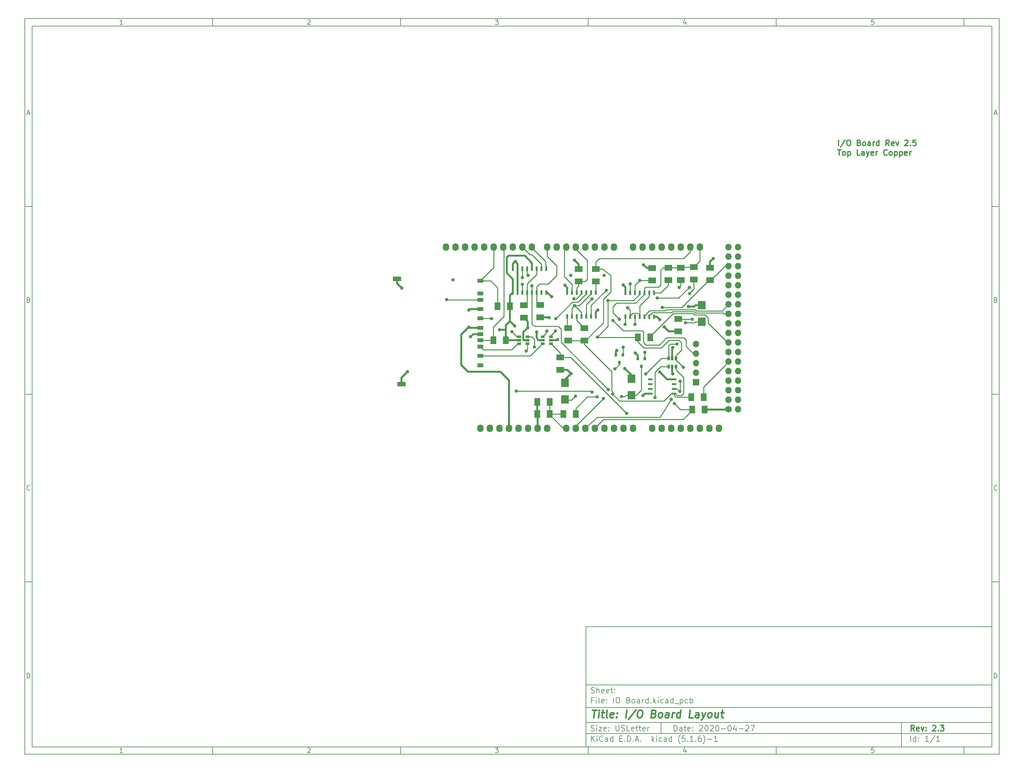
<source format=gbr>
G04 #@! TF.GenerationSoftware,KiCad,Pcbnew,(5.1.6)-1*
G04 #@! TF.CreationDate,2021-01-18T17:04:58-05:00*
G04 #@! TF.ProjectId,IO Board,494f2042-6f61-4726-942e-6b696361645f,2.3*
G04 #@! TF.SameCoordinates,Original*
G04 #@! TF.FileFunction,Copper,L1,Top*
G04 #@! TF.FilePolarity,Positive*
%FSLAX46Y46*%
G04 Gerber Fmt 4.6, Leading zero omitted, Abs format (unit mm)*
G04 Created by KiCad (PCBNEW (5.1.6)-1) date 2021-01-18 17:04:58*
%MOMM*%
%LPD*%
G01*
G04 APERTURE LIST*
%ADD10C,0.100000*%
%ADD11C,0.150000*%
%ADD12C,0.300000*%
%ADD13C,0.400000*%
G04 #@! TA.AperFunction,NonConductor*
%ADD14C,0.300000*%
G04 #@! TD*
G04 #@! TA.AperFunction,SMDPad,CuDef*
%ADD15R,2.150000X2.200000*%
G04 #@! TD*
G04 #@! TA.AperFunction,SMDPad,CuDef*
%ADD16R,2.032000X1.524000*%
G04 #@! TD*
G04 #@! TA.AperFunction,SMDPad,CuDef*
%ADD17R,0.800000X0.900000*%
G04 #@! TD*
G04 #@! TA.AperFunction,ComponentPad*
%ADD18C,1.727200*%
G04 #@! TD*
G04 #@! TA.AperFunction,ComponentPad*
%ADD19O,1.727200X1.727200*%
G04 #@! TD*
G04 #@! TA.AperFunction,ComponentPad*
%ADD20O,1.727200X2.032000*%
G04 #@! TD*
G04 #@! TA.AperFunction,SMDPad,CuDef*
%ADD21R,1.060000X0.650000*%
G04 #@! TD*
G04 #@! TA.AperFunction,SMDPad,CuDef*
%ADD22R,0.508000X1.143000*%
G04 #@! TD*
G04 #@! TA.AperFunction,SMDPad,CuDef*
%ADD23R,1.524000X2.032000*%
G04 #@! TD*
G04 #@! TA.AperFunction,SMDPad,CuDef*
%ADD24R,1.500000X1.000000*%
G04 #@! TD*
G04 #@! TA.AperFunction,SMDPad,CuDef*
%ADD25R,2.200000X1.200000*%
G04 #@! TD*
G04 #@! TA.AperFunction,SMDPad,CuDef*
%ADD26R,1.143000X0.508000*%
G04 #@! TD*
G04 #@! TA.AperFunction,SMDPad,CuDef*
%ADD27R,0.650000X1.060000*%
G04 #@! TD*
G04 #@! TA.AperFunction,ComponentPad*
%ADD28O,1.700000X1.700000*%
G04 #@! TD*
G04 #@! TA.AperFunction,ComponentPad*
%ADD29R,1.700000X1.700000*%
G04 #@! TD*
G04 #@! TA.AperFunction,ViaPad*
%ADD30C,0.889000*%
G04 #@! TD*
G04 #@! TA.AperFunction,Conductor*
%ADD31C,0.508000*%
G04 #@! TD*
G04 #@! TA.AperFunction,Conductor*
%ADD32C,0.254000*%
G04 #@! TD*
G04 APERTURE END LIST*
D10*
D11*
X159400000Y-171900000D02*
X159400000Y-203900000D01*
X267400000Y-203900000D01*
X267400000Y-171900000D01*
X159400000Y-171900000D01*
D10*
D11*
X10000000Y-10000000D02*
X10000000Y-205900000D01*
X269400000Y-205900000D01*
X269400000Y-10000000D01*
X10000000Y-10000000D01*
D10*
D11*
X12000000Y-12000000D02*
X12000000Y-203900000D01*
X267400000Y-203900000D01*
X267400000Y-12000000D01*
X12000000Y-12000000D01*
D10*
D11*
X60000000Y-12000000D02*
X60000000Y-10000000D01*
D10*
D11*
X110000000Y-12000000D02*
X110000000Y-10000000D01*
D10*
D11*
X160000000Y-12000000D02*
X160000000Y-10000000D01*
D10*
D11*
X210000000Y-12000000D02*
X210000000Y-10000000D01*
D10*
D11*
X260000000Y-12000000D02*
X260000000Y-10000000D01*
D10*
D11*
X36065476Y-11588095D02*
X35322619Y-11588095D01*
X35694047Y-11588095D02*
X35694047Y-10288095D01*
X35570238Y-10473809D01*
X35446428Y-10597619D01*
X35322619Y-10659523D01*
D10*
D11*
X85322619Y-10411904D02*
X85384523Y-10350000D01*
X85508333Y-10288095D01*
X85817857Y-10288095D01*
X85941666Y-10350000D01*
X86003571Y-10411904D01*
X86065476Y-10535714D01*
X86065476Y-10659523D01*
X86003571Y-10845238D01*
X85260714Y-11588095D01*
X86065476Y-11588095D01*
D10*
D11*
X135260714Y-10288095D02*
X136065476Y-10288095D01*
X135632142Y-10783333D01*
X135817857Y-10783333D01*
X135941666Y-10845238D01*
X136003571Y-10907142D01*
X136065476Y-11030952D01*
X136065476Y-11340476D01*
X136003571Y-11464285D01*
X135941666Y-11526190D01*
X135817857Y-11588095D01*
X135446428Y-11588095D01*
X135322619Y-11526190D01*
X135260714Y-11464285D01*
D10*
D11*
X185941666Y-10721428D02*
X185941666Y-11588095D01*
X185632142Y-10226190D02*
X185322619Y-11154761D01*
X186127380Y-11154761D01*
D10*
D11*
X236003571Y-10288095D02*
X235384523Y-10288095D01*
X235322619Y-10907142D01*
X235384523Y-10845238D01*
X235508333Y-10783333D01*
X235817857Y-10783333D01*
X235941666Y-10845238D01*
X236003571Y-10907142D01*
X236065476Y-11030952D01*
X236065476Y-11340476D01*
X236003571Y-11464285D01*
X235941666Y-11526190D01*
X235817857Y-11588095D01*
X235508333Y-11588095D01*
X235384523Y-11526190D01*
X235322619Y-11464285D01*
D10*
D11*
X60000000Y-203900000D02*
X60000000Y-205900000D01*
D10*
D11*
X110000000Y-203900000D02*
X110000000Y-205900000D01*
D10*
D11*
X160000000Y-203900000D02*
X160000000Y-205900000D01*
D10*
D11*
X210000000Y-203900000D02*
X210000000Y-205900000D01*
D10*
D11*
X260000000Y-203900000D02*
X260000000Y-205900000D01*
D10*
D11*
X36065476Y-205488095D02*
X35322619Y-205488095D01*
X35694047Y-205488095D02*
X35694047Y-204188095D01*
X35570238Y-204373809D01*
X35446428Y-204497619D01*
X35322619Y-204559523D01*
D10*
D11*
X85322619Y-204311904D02*
X85384523Y-204250000D01*
X85508333Y-204188095D01*
X85817857Y-204188095D01*
X85941666Y-204250000D01*
X86003571Y-204311904D01*
X86065476Y-204435714D01*
X86065476Y-204559523D01*
X86003571Y-204745238D01*
X85260714Y-205488095D01*
X86065476Y-205488095D01*
D10*
D11*
X135260714Y-204188095D02*
X136065476Y-204188095D01*
X135632142Y-204683333D01*
X135817857Y-204683333D01*
X135941666Y-204745238D01*
X136003571Y-204807142D01*
X136065476Y-204930952D01*
X136065476Y-205240476D01*
X136003571Y-205364285D01*
X135941666Y-205426190D01*
X135817857Y-205488095D01*
X135446428Y-205488095D01*
X135322619Y-205426190D01*
X135260714Y-205364285D01*
D10*
D11*
X185941666Y-204621428D02*
X185941666Y-205488095D01*
X185632142Y-204126190D02*
X185322619Y-205054761D01*
X186127380Y-205054761D01*
D10*
D11*
X236003571Y-204188095D02*
X235384523Y-204188095D01*
X235322619Y-204807142D01*
X235384523Y-204745238D01*
X235508333Y-204683333D01*
X235817857Y-204683333D01*
X235941666Y-204745238D01*
X236003571Y-204807142D01*
X236065476Y-204930952D01*
X236065476Y-205240476D01*
X236003571Y-205364285D01*
X235941666Y-205426190D01*
X235817857Y-205488095D01*
X235508333Y-205488095D01*
X235384523Y-205426190D01*
X235322619Y-205364285D01*
D10*
D11*
X10000000Y-60000000D02*
X12000000Y-60000000D01*
D10*
D11*
X10000000Y-110000000D02*
X12000000Y-110000000D01*
D10*
D11*
X10000000Y-160000000D02*
X12000000Y-160000000D01*
D10*
D11*
X10690476Y-35216666D02*
X11309523Y-35216666D01*
X10566666Y-35588095D02*
X11000000Y-34288095D01*
X11433333Y-35588095D01*
D10*
D11*
X11092857Y-84907142D02*
X11278571Y-84969047D01*
X11340476Y-85030952D01*
X11402380Y-85154761D01*
X11402380Y-85340476D01*
X11340476Y-85464285D01*
X11278571Y-85526190D01*
X11154761Y-85588095D01*
X10659523Y-85588095D01*
X10659523Y-84288095D01*
X11092857Y-84288095D01*
X11216666Y-84350000D01*
X11278571Y-84411904D01*
X11340476Y-84535714D01*
X11340476Y-84659523D01*
X11278571Y-84783333D01*
X11216666Y-84845238D01*
X11092857Y-84907142D01*
X10659523Y-84907142D01*
D10*
D11*
X11402380Y-135464285D02*
X11340476Y-135526190D01*
X11154761Y-135588095D01*
X11030952Y-135588095D01*
X10845238Y-135526190D01*
X10721428Y-135402380D01*
X10659523Y-135278571D01*
X10597619Y-135030952D01*
X10597619Y-134845238D01*
X10659523Y-134597619D01*
X10721428Y-134473809D01*
X10845238Y-134350000D01*
X11030952Y-134288095D01*
X11154761Y-134288095D01*
X11340476Y-134350000D01*
X11402380Y-134411904D01*
D10*
D11*
X10659523Y-185588095D02*
X10659523Y-184288095D01*
X10969047Y-184288095D01*
X11154761Y-184350000D01*
X11278571Y-184473809D01*
X11340476Y-184597619D01*
X11402380Y-184845238D01*
X11402380Y-185030952D01*
X11340476Y-185278571D01*
X11278571Y-185402380D01*
X11154761Y-185526190D01*
X10969047Y-185588095D01*
X10659523Y-185588095D01*
D10*
D11*
X269400000Y-60000000D02*
X267400000Y-60000000D01*
D10*
D11*
X269400000Y-110000000D02*
X267400000Y-110000000D01*
D10*
D11*
X269400000Y-160000000D02*
X267400000Y-160000000D01*
D10*
D11*
X268090476Y-35216666D02*
X268709523Y-35216666D01*
X267966666Y-35588095D02*
X268400000Y-34288095D01*
X268833333Y-35588095D01*
D10*
D11*
X268492857Y-84907142D02*
X268678571Y-84969047D01*
X268740476Y-85030952D01*
X268802380Y-85154761D01*
X268802380Y-85340476D01*
X268740476Y-85464285D01*
X268678571Y-85526190D01*
X268554761Y-85588095D01*
X268059523Y-85588095D01*
X268059523Y-84288095D01*
X268492857Y-84288095D01*
X268616666Y-84350000D01*
X268678571Y-84411904D01*
X268740476Y-84535714D01*
X268740476Y-84659523D01*
X268678571Y-84783333D01*
X268616666Y-84845238D01*
X268492857Y-84907142D01*
X268059523Y-84907142D01*
D10*
D11*
X268802380Y-135464285D02*
X268740476Y-135526190D01*
X268554761Y-135588095D01*
X268430952Y-135588095D01*
X268245238Y-135526190D01*
X268121428Y-135402380D01*
X268059523Y-135278571D01*
X267997619Y-135030952D01*
X267997619Y-134845238D01*
X268059523Y-134597619D01*
X268121428Y-134473809D01*
X268245238Y-134350000D01*
X268430952Y-134288095D01*
X268554761Y-134288095D01*
X268740476Y-134350000D01*
X268802380Y-134411904D01*
D10*
D11*
X268059523Y-185588095D02*
X268059523Y-184288095D01*
X268369047Y-184288095D01*
X268554761Y-184350000D01*
X268678571Y-184473809D01*
X268740476Y-184597619D01*
X268802380Y-184845238D01*
X268802380Y-185030952D01*
X268740476Y-185278571D01*
X268678571Y-185402380D01*
X268554761Y-185526190D01*
X268369047Y-185588095D01*
X268059523Y-185588095D01*
D10*
D11*
X182832142Y-199678571D02*
X182832142Y-198178571D01*
X183189285Y-198178571D01*
X183403571Y-198250000D01*
X183546428Y-198392857D01*
X183617857Y-198535714D01*
X183689285Y-198821428D01*
X183689285Y-199035714D01*
X183617857Y-199321428D01*
X183546428Y-199464285D01*
X183403571Y-199607142D01*
X183189285Y-199678571D01*
X182832142Y-199678571D01*
X184975000Y-199678571D02*
X184975000Y-198892857D01*
X184903571Y-198750000D01*
X184760714Y-198678571D01*
X184475000Y-198678571D01*
X184332142Y-198750000D01*
X184975000Y-199607142D02*
X184832142Y-199678571D01*
X184475000Y-199678571D01*
X184332142Y-199607142D01*
X184260714Y-199464285D01*
X184260714Y-199321428D01*
X184332142Y-199178571D01*
X184475000Y-199107142D01*
X184832142Y-199107142D01*
X184975000Y-199035714D01*
X185475000Y-198678571D02*
X186046428Y-198678571D01*
X185689285Y-198178571D02*
X185689285Y-199464285D01*
X185760714Y-199607142D01*
X185903571Y-199678571D01*
X186046428Y-199678571D01*
X187117857Y-199607142D02*
X186975000Y-199678571D01*
X186689285Y-199678571D01*
X186546428Y-199607142D01*
X186475000Y-199464285D01*
X186475000Y-198892857D01*
X186546428Y-198750000D01*
X186689285Y-198678571D01*
X186975000Y-198678571D01*
X187117857Y-198750000D01*
X187189285Y-198892857D01*
X187189285Y-199035714D01*
X186475000Y-199178571D01*
X187832142Y-199535714D02*
X187903571Y-199607142D01*
X187832142Y-199678571D01*
X187760714Y-199607142D01*
X187832142Y-199535714D01*
X187832142Y-199678571D01*
X187832142Y-198750000D02*
X187903571Y-198821428D01*
X187832142Y-198892857D01*
X187760714Y-198821428D01*
X187832142Y-198750000D01*
X187832142Y-198892857D01*
X189617857Y-198321428D02*
X189689285Y-198250000D01*
X189832142Y-198178571D01*
X190189285Y-198178571D01*
X190332142Y-198250000D01*
X190403571Y-198321428D01*
X190475000Y-198464285D01*
X190475000Y-198607142D01*
X190403571Y-198821428D01*
X189546428Y-199678571D01*
X190475000Y-199678571D01*
X191403571Y-198178571D02*
X191546428Y-198178571D01*
X191689285Y-198250000D01*
X191760714Y-198321428D01*
X191832142Y-198464285D01*
X191903571Y-198750000D01*
X191903571Y-199107142D01*
X191832142Y-199392857D01*
X191760714Y-199535714D01*
X191689285Y-199607142D01*
X191546428Y-199678571D01*
X191403571Y-199678571D01*
X191260714Y-199607142D01*
X191189285Y-199535714D01*
X191117857Y-199392857D01*
X191046428Y-199107142D01*
X191046428Y-198750000D01*
X191117857Y-198464285D01*
X191189285Y-198321428D01*
X191260714Y-198250000D01*
X191403571Y-198178571D01*
X192475000Y-198321428D02*
X192546428Y-198250000D01*
X192689285Y-198178571D01*
X193046428Y-198178571D01*
X193189285Y-198250000D01*
X193260714Y-198321428D01*
X193332142Y-198464285D01*
X193332142Y-198607142D01*
X193260714Y-198821428D01*
X192403571Y-199678571D01*
X193332142Y-199678571D01*
X194260714Y-198178571D02*
X194403571Y-198178571D01*
X194546428Y-198250000D01*
X194617857Y-198321428D01*
X194689285Y-198464285D01*
X194760714Y-198750000D01*
X194760714Y-199107142D01*
X194689285Y-199392857D01*
X194617857Y-199535714D01*
X194546428Y-199607142D01*
X194403571Y-199678571D01*
X194260714Y-199678571D01*
X194117857Y-199607142D01*
X194046428Y-199535714D01*
X193975000Y-199392857D01*
X193903571Y-199107142D01*
X193903571Y-198750000D01*
X193975000Y-198464285D01*
X194046428Y-198321428D01*
X194117857Y-198250000D01*
X194260714Y-198178571D01*
X195403571Y-199107142D02*
X196546428Y-199107142D01*
X197546428Y-198178571D02*
X197689285Y-198178571D01*
X197832142Y-198250000D01*
X197903571Y-198321428D01*
X197975000Y-198464285D01*
X198046428Y-198750000D01*
X198046428Y-199107142D01*
X197975000Y-199392857D01*
X197903571Y-199535714D01*
X197832142Y-199607142D01*
X197689285Y-199678571D01*
X197546428Y-199678571D01*
X197403571Y-199607142D01*
X197332142Y-199535714D01*
X197260714Y-199392857D01*
X197189285Y-199107142D01*
X197189285Y-198750000D01*
X197260714Y-198464285D01*
X197332142Y-198321428D01*
X197403571Y-198250000D01*
X197546428Y-198178571D01*
X199332142Y-198678571D02*
X199332142Y-199678571D01*
X198975000Y-198107142D02*
X198617857Y-199178571D01*
X199546428Y-199178571D01*
X200117857Y-199107142D02*
X201260714Y-199107142D01*
X201903571Y-198321428D02*
X201975000Y-198250000D01*
X202117857Y-198178571D01*
X202475000Y-198178571D01*
X202617857Y-198250000D01*
X202689285Y-198321428D01*
X202760714Y-198464285D01*
X202760714Y-198607142D01*
X202689285Y-198821428D01*
X201832142Y-199678571D01*
X202760714Y-199678571D01*
X203260714Y-198178571D02*
X204260714Y-198178571D01*
X203617857Y-199678571D01*
D10*
D11*
X159400000Y-200400000D02*
X267400000Y-200400000D01*
D10*
D11*
X160832142Y-202478571D02*
X160832142Y-200978571D01*
X161689285Y-202478571D02*
X161046428Y-201621428D01*
X161689285Y-200978571D02*
X160832142Y-201835714D01*
X162332142Y-202478571D02*
X162332142Y-201478571D01*
X162332142Y-200978571D02*
X162260714Y-201050000D01*
X162332142Y-201121428D01*
X162403571Y-201050000D01*
X162332142Y-200978571D01*
X162332142Y-201121428D01*
X163903571Y-202335714D02*
X163832142Y-202407142D01*
X163617857Y-202478571D01*
X163475000Y-202478571D01*
X163260714Y-202407142D01*
X163117857Y-202264285D01*
X163046428Y-202121428D01*
X162975000Y-201835714D01*
X162975000Y-201621428D01*
X163046428Y-201335714D01*
X163117857Y-201192857D01*
X163260714Y-201050000D01*
X163475000Y-200978571D01*
X163617857Y-200978571D01*
X163832142Y-201050000D01*
X163903571Y-201121428D01*
X165189285Y-202478571D02*
X165189285Y-201692857D01*
X165117857Y-201550000D01*
X164975000Y-201478571D01*
X164689285Y-201478571D01*
X164546428Y-201550000D01*
X165189285Y-202407142D02*
X165046428Y-202478571D01*
X164689285Y-202478571D01*
X164546428Y-202407142D01*
X164475000Y-202264285D01*
X164475000Y-202121428D01*
X164546428Y-201978571D01*
X164689285Y-201907142D01*
X165046428Y-201907142D01*
X165189285Y-201835714D01*
X166546428Y-202478571D02*
X166546428Y-200978571D01*
X166546428Y-202407142D02*
X166403571Y-202478571D01*
X166117857Y-202478571D01*
X165975000Y-202407142D01*
X165903571Y-202335714D01*
X165832142Y-202192857D01*
X165832142Y-201764285D01*
X165903571Y-201621428D01*
X165975000Y-201550000D01*
X166117857Y-201478571D01*
X166403571Y-201478571D01*
X166546428Y-201550000D01*
X168403571Y-201692857D02*
X168903571Y-201692857D01*
X169117857Y-202478571D02*
X168403571Y-202478571D01*
X168403571Y-200978571D01*
X169117857Y-200978571D01*
X169760714Y-202335714D02*
X169832142Y-202407142D01*
X169760714Y-202478571D01*
X169689285Y-202407142D01*
X169760714Y-202335714D01*
X169760714Y-202478571D01*
X170475000Y-202478571D02*
X170475000Y-200978571D01*
X170832142Y-200978571D01*
X171046428Y-201050000D01*
X171189285Y-201192857D01*
X171260714Y-201335714D01*
X171332142Y-201621428D01*
X171332142Y-201835714D01*
X171260714Y-202121428D01*
X171189285Y-202264285D01*
X171046428Y-202407142D01*
X170832142Y-202478571D01*
X170475000Y-202478571D01*
X171975000Y-202335714D02*
X172046428Y-202407142D01*
X171975000Y-202478571D01*
X171903571Y-202407142D01*
X171975000Y-202335714D01*
X171975000Y-202478571D01*
X172617857Y-202050000D02*
X173332142Y-202050000D01*
X172475000Y-202478571D02*
X172975000Y-200978571D01*
X173475000Y-202478571D01*
X173975000Y-202335714D02*
X174046428Y-202407142D01*
X173975000Y-202478571D01*
X173903571Y-202407142D01*
X173975000Y-202335714D01*
X173975000Y-202478571D01*
X176975000Y-202478571D02*
X176975000Y-200978571D01*
X177117857Y-201907142D02*
X177546428Y-202478571D01*
X177546428Y-201478571D02*
X176975000Y-202050000D01*
X178189285Y-202478571D02*
X178189285Y-201478571D01*
X178189285Y-200978571D02*
X178117857Y-201050000D01*
X178189285Y-201121428D01*
X178260714Y-201050000D01*
X178189285Y-200978571D01*
X178189285Y-201121428D01*
X179546428Y-202407142D02*
X179403571Y-202478571D01*
X179117857Y-202478571D01*
X178975000Y-202407142D01*
X178903571Y-202335714D01*
X178832142Y-202192857D01*
X178832142Y-201764285D01*
X178903571Y-201621428D01*
X178975000Y-201550000D01*
X179117857Y-201478571D01*
X179403571Y-201478571D01*
X179546428Y-201550000D01*
X180832142Y-202478571D02*
X180832142Y-201692857D01*
X180760714Y-201550000D01*
X180617857Y-201478571D01*
X180332142Y-201478571D01*
X180189285Y-201550000D01*
X180832142Y-202407142D02*
X180689285Y-202478571D01*
X180332142Y-202478571D01*
X180189285Y-202407142D01*
X180117857Y-202264285D01*
X180117857Y-202121428D01*
X180189285Y-201978571D01*
X180332142Y-201907142D01*
X180689285Y-201907142D01*
X180832142Y-201835714D01*
X182189285Y-202478571D02*
X182189285Y-200978571D01*
X182189285Y-202407142D02*
X182046428Y-202478571D01*
X181760714Y-202478571D01*
X181617857Y-202407142D01*
X181546428Y-202335714D01*
X181475000Y-202192857D01*
X181475000Y-201764285D01*
X181546428Y-201621428D01*
X181617857Y-201550000D01*
X181760714Y-201478571D01*
X182046428Y-201478571D01*
X182189285Y-201550000D01*
X184475000Y-203050000D02*
X184403571Y-202978571D01*
X184260714Y-202764285D01*
X184189285Y-202621428D01*
X184117857Y-202407142D01*
X184046428Y-202050000D01*
X184046428Y-201764285D01*
X184117857Y-201407142D01*
X184189285Y-201192857D01*
X184260714Y-201050000D01*
X184403571Y-200835714D01*
X184475000Y-200764285D01*
X185760714Y-200978571D02*
X185046428Y-200978571D01*
X184975000Y-201692857D01*
X185046428Y-201621428D01*
X185189285Y-201550000D01*
X185546428Y-201550000D01*
X185689285Y-201621428D01*
X185760714Y-201692857D01*
X185832142Y-201835714D01*
X185832142Y-202192857D01*
X185760714Y-202335714D01*
X185689285Y-202407142D01*
X185546428Y-202478571D01*
X185189285Y-202478571D01*
X185046428Y-202407142D01*
X184975000Y-202335714D01*
X186475000Y-202335714D02*
X186546428Y-202407142D01*
X186475000Y-202478571D01*
X186403571Y-202407142D01*
X186475000Y-202335714D01*
X186475000Y-202478571D01*
X187975000Y-202478571D02*
X187117857Y-202478571D01*
X187546428Y-202478571D02*
X187546428Y-200978571D01*
X187403571Y-201192857D01*
X187260714Y-201335714D01*
X187117857Y-201407142D01*
X188617857Y-202335714D02*
X188689285Y-202407142D01*
X188617857Y-202478571D01*
X188546428Y-202407142D01*
X188617857Y-202335714D01*
X188617857Y-202478571D01*
X189975000Y-200978571D02*
X189689285Y-200978571D01*
X189546428Y-201050000D01*
X189475000Y-201121428D01*
X189332142Y-201335714D01*
X189260714Y-201621428D01*
X189260714Y-202192857D01*
X189332142Y-202335714D01*
X189403571Y-202407142D01*
X189546428Y-202478571D01*
X189832142Y-202478571D01*
X189975000Y-202407142D01*
X190046428Y-202335714D01*
X190117857Y-202192857D01*
X190117857Y-201835714D01*
X190046428Y-201692857D01*
X189975000Y-201621428D01*
X189832142Y-201550000D01*
X189546428Y-201550000D01*
X189403571Y-201621428D01*
X189332142Y-201692857D01*
X189260714Y-201835714D01*
X190617857Y-203050000D02*
X190689285Y-202978571D01*
X190832142Y-202764285D01*
X190903571Y-202621428D01*
X190975000Y-202407142D01*
X191046428Y-202050000D01*
X191046428Y-201764285D01*
X190975000Y-201407142D01*
X190903571Y-201192857D01*
X190832142Y-201050000D01*
X190689285Y-200835714D01*
X190617857Y-200764285D01*
X191760714Y-201907142D02*
X192903571Y-201907142D01*
X194403571Y-202478571D02*
X193546428Y-202478571D01*
X193975000Y-202478571D02*
X193975000Y-200978571D01*
X193832142Y-201192857D01*
X193689285Y-201335714D01*
X193546428Y-201407142D01*
D10*
D11*
X159400000Y-197400000D02*
X267400000Y-197400000D01*
D10*
D12*
X246809285Y-199678571D02*
X246309285Y-198964285D01*
X245952142Y-199678571D02*
X245952142Y-198178571D01*
X246523571Y-198178571D01*
X246666428Y-198250000D01*
X246737857Y-198321428D01*
X246809285Y-198464285D01*
X246809285Y-198678571D01*
X246737857Y-198821428D01*
X246666428Y-198892857D01*
X246523571Y-198964285D01*
X245952142Y-198964285D01*
X248023571Y-199607142D02*
X247880714Y-199678571D01*
X247595000Y-199678571D01*
X247452142Y-199607142D01*
X247380714Y-199464285D01*
X247380714Y-198892857D01*
X247452142Y-198750000D01*
X247595000Y-198678571D01*
X247880714Y-198678571D01*
X248023571Y-198750000D01*
X248095000Y-198892857D01*
X248095000Y-199035714D01*
X247380714Y-199178571D01*
X248595000Y-198678571D02*
X248952142Y-199678571D01*
X249309285Y-198678571D01*
X249880714Y-199535714D02*
X249952142Y-199607142D01*
X249880714Y-199678571D01*
X249809285Y-199607142D01*
X249880714Y-199535714D01*
X249880714Y-199678571D01*
X249880714Y-198750000D02*
X249952142Y-198821428D01*
X249880714Y-198892857D01*
X249809285Y-198821428D01*
X249880714Y-198750000D01*
X249880714Y-198892857D01*
X251666428Y-198321428D02*
X251737857Y-198250000D01*
X251880714Y-198178571D01*
X252237857Y-198178571D01*
X252380714Y-198250000D01*
X252452142Y-198321428D01*
X252523571Y-198464285D01*
X252523571Y-198607142D01*
X252452142Y-198821428D01*
X251595000Y-199678571D01*
X252523571Y-199678571D01*
X253166428Y-199535714D02*
X253237857Y-199607142D01*
X253166428Y-199678571D01*
X253095000Y-199607142D01*
X253166428Y-199535714D01*
X253166428Y-199678571D01*
X253737857Y-198178571D02*
X254666428Y-198178571D01*
X254166428Y-198750000D01*
X254380714Y-198750000D01*
X254523571Y-198821428D01*
X254595000Y-198892857D01*
X254666428Y-199035714D01*
X254666428Y-199392857D01*
X254595000Y-199535714D01*
X254523571Y-199607142D01*
X254380714Y-199678571D01*
X253952142Y-199678571D01*
X253809285Y-199607142D01*
X253737857Y-199535714D01*
D10*
D11*
X160760714Y-199607142D02*
X160975000Y-199678571D01*
X161332142Y-199678571D01*
X161475000Y-199607142D01*
X161546428Y-199535714D01*
X161617857Y-199392857D01*
X161617857Y-199250000D01*
X161546428Y-199107142D01*
X161475000Y-199035714D01*
X161332142Y-198964285D01*
X161046428Y-198892857D01*
X160903571Y-198821428D01*
X160832142Y-198750000D01*
X160760714Y-198607142D01*
X160760714Y-198464285D01*
X160832142Y-198321428D01*
X160903571Y-198250000D01*
X161046428Y-198178571D01*
X161403571Y-198178571D01*
X161617857Y-198250000D01*
X162260714Y-199678571D02*
X162260714Y-198678571D01*
X162260714Y-198178571D02*
X162189285Y-198250000D01*
X162260714Y-198321428D01*
X162332142Y-198250000D01*
X162260714Y-198178571D01*
X162260714Y-198321428D01*
X162832142Y-198678571D02*
X163617857Y-198678571D01*
X162832142Y-199678571D01*
X163617857Y-199678571D01*
X164760714Y-199607142D02*
X164617857Y-199678571D01*
X164332142Y-199678571D01*
X164189285Y-199607142D01*
X164117857Y-199464285D01*
X164117857Y-198892857D01*
X164189285Y-198750000D01*
X164332142Y-198678571D01*
X164617857Y-198678571D01*
X164760714Y-198750000D01*
X164832142Y-198892857D01*
X164832142Y-199035714D01*
X164117857Y-199178571D01*
X165475000Y-199535714D02*
X165546428Y-199607142D01*
X165475000Y-199678571D01*
X165403571Y-199607142D01*
X165475000Y-199535714D01*
X165475000Y-199678571D01*
X165475000Y-198750000D02*
X165546428Y-198821428D01*
X165475000Y-198892857D01*
X165403571Y-198821428D01*
X165475000Y-198750000D01*
X165475000Y-198892857D01*
X167332142Y-198178571D02*
X167332142Y-199392857D01*
X167403571Y-199535714D01*
X167475000Y-199607142D01*
X167617857Y-199678571D01*
X167903571Y-199678571D01*
X168046428Y-199607142D01*
X168117857Y-199535714D01*
X168189285Y-199392857D01*
X168189285Y-198178571D01*
X168832142Y-199607142D02*
X169046428Y-199678571D01*
X169403571Y-199678571D01*
X169546428Y-199607142D01*
X169617857Y-199535714D01*
X169689285Y-199392857D01*
X169689285Y-199250000D01*
X169617857Y-199107142D01*
X169546428Y-199035714D01*
X169403571Y-198964285D01*
X169117857Y-198892857D01*
X168975000Y-198821428D01*
X168903571Y-198750000D01*
X168832142Y-198607142D01*
X168832142Y-198464285D01*
X168903571Y-198321428D01*
X168975000Y-198250000D01*
X169117857Y-198178571D01*
X169475000Y-198178571D01*
X169689285Y-198250000D01*
X171046428Y-199678571D02*
X170332142Y-199678571D01*
X170332142Y-198178571D01*
X172117857Y-199607142D02*
X171975000Y-199678571D01*
X171689285Y-199678571D01*
X171546428Y-199607142D01*
X171475000Y-199464285D01*
X171475000Y-198892857D01*
X171546428Y-198750000D01*
X171689285Y-198678571D01*
X171975000Y-198678571D01*
X172117857Y-198750000D01*
X172189285Y-198892857D01*
X172189285Y-199035714D01*
X171475000Y-199178571D01*
X172617857Y-198678571D02*
X173189285Y-198678571D01*
X172832142Y-198178571D02*
X172832142Y-199464285D01*
X172903571Y-199607142D01*
X173046428Y-199678571D01*
X173189285Y-199678571D01*
X173475000Y-198678571D02*
X174046428Y-198678571D01*
X173689285Y-198178571D02*
X173689285Y-199464285D01*
X173760714Y-199607142D01*
X173903571Y-199678571D01*
X174046428Y-199678571D01*
X175117857Y-199607142D02*
X174975000Y-199678571D01*
X174689285Y-199678571D01*
X174546428Y-199607142D01*
X174475000Y-199464285D01*
X174475000Y-198892857D01*
X174546428Y-198750000D01*
X174689285Y-198678571D01*
X174975000Y-198678571D01*
X175117857Y-198750000D01*
X175189285Y-198892857D01*
X175189285Y-199035714D01*
X174475000Y-199178571D01*
X175832142Y-199678571D02*
X175832142Y-198678571D01*
X175832142Y-198964285D02*
X175903571Y-198821428D01*
X175975000Y-198750000D01*
X176117857Y-198678571D01*
X176260714Y-198678571D01*
D10*
D11*
X245832142Y-202478571D02*
X245832142Y-200978571D01*
X247189285Y-202478571D02*
X247189285Y-200978571D01*
X247189285Y-202407142D02*
X247046428Y-202478571D01*
X246760714Y-202478571D01*
X246617857Y-202407142D01*
X246546428Y-202335714D01*
X246475000Y-202192857D01*
X246475000Y-201764285D01*
X246546428Y-201621428D01*
X246617857Y-201550000D01*
X246760714Y-201478571D01*
X247046428Y-201478571D01*
X247189285Y-201550000D01*
X247903571Y-202335714D02*
X247975000Y-202407142D01*
X247903571Y-202478571D01*
X247832142Y-202407142D01*
X247903571Y-202335714D01*
X247903571Y-202478571D01*
X247903571Y-201550000D02*
X247975000Y-201621428D01*
X247903571Y-201692857D01*
X247832142Y-201621428D01*
X247903571Y-201550000D01*
X247903571Y-201692857D01*
X250546428Y-202478571D02*
X249689285Y-202478571D01*
X250117857Y-202478571D02*
X250117857Y-200978571D01*
X249975000Y-201192857D01*
X249832142Y-201335714D01*
X249689285Y-201407142D01*
X252260714Y-200907142D02*
X250975000Y-202835714D01*
X253546428Y-202478571D02*
X252689285Y-202478571D01*
X253117857Y-202478571D02*
X253117857Y-200978571D01*
X252975000Y-201192857D01*
X252832142Y-201335714D01*
X252689285Y-201407142D01*
D10*
D11*
X159400000Y-193400000D02*
X267400000Y-193400000D01*
D10*
D13*
X161112380Y-194104761D02*
X162255238Y-194104761D01*
X161433809Y-196104761D02*
X161683809Y-194104761D01*
X162671904Y-196104761D02*
X162838571Y-194771428D01*
X162921904Y-194104761D02*
X162814761Y-194200000D01*
X162898095Y-194295238D01*
X163005238Y-194200000D01*
X162921904Y-194104761D01*
X162898095Y-194295238D01*
X163505238Y-194771428D02*
X164267142Y-194771428D01*
X163874285Y-194104761D02*
X163660000Y-195819047D01*
X163731428Y-196009523D01*
X163910000Y-196104761D01*
X164100476Y-196104761D01*
X165052857Y-196104761D02*
X164874285Y-196009523D01*
X164802857Y-195819047D01*
X165017142Y-194104761D01*
X166588571Y-196009523D02*
X166386190Y-196104761D01*
X166005238Y-196104761D01*
X165826666Y-196009523D01*
X165755238Y-195819047D01*
X165850476Y-195057142D01*
X165969523Y-194866666D01*
X166171904Y-194771428D01*
X166552857Y-194771428D01*
X166731428Y-194866666D01*
X166802857Y-195057142D01*
X166779047Y-195247619D01*
X165802857Y-195438095D01*
X167552857Y-195914285D02*
X167636190Y-196009523D01*
X167529047Y-196104761D01*
X167445714Y-196009523D01*
X167552857Y-195914285D01*
X167529047Y-196104761D01*
X167683809Y-194866666D02*
X167767142Y-194961904D01*
X167660000Y-195057142D01*
X167576666Y-194961904D01*
X167683809Y-194866666D01*
X167660000Y-195057142D01*
X170005238Y-196104761D02*
X170255238Y-194104761D01*
X172648095Y-194009523D02*
X170612380Y-196580952D01*
X173683809Y-194104761D02*
X174064761Y-194104761D01*
X174243333Y-194200000D01*
X174410000Y-194390476D01*
X174457619Y-194771428D01*
X174374285Y-195438095D01*
X174231428Y-195819047D01*
X174017142Y-196009523D01*
X173814761Y-196104761D01*
X173433809Y-196104761D01*
X173255238Y-196009523D01*
X173088571Y-195819047D01*
X173040952Y-195438095D01*
X173124285Y-194771428D01*
X173267142Y-194390476D01*
X173481428Y-194200000D01*
X173683809Y-194104761D01*
X177469523Y-195057142D02*
X177743333Y-195152380D01*
X177826666Y-195247619D01*
X177898095Y-195438095D01*
X177862380Y-195723809D01*
X177743333Y-195914285D01*
X177636190Y-196009523D01*
X177433809Y-196104761D01*
X176671904Y-196104761D01*
X176921904Y-194104761D01*
X177588571Y-194104761D01*
X177767142Y-194200000D01*
X177850476Y-194295238D01*
X177921904Y-194485714D01*
X177898095Y-194676190D01*
X177779047Y-194866666D01*
X177671904Y-194961904D01*
X177469523Y-195057142D01*
X176802857Y-195057142D01*
X178957619Y-196104761D02*
X178779047Y-196009523D01*
X178695714Y-195914285D01*
X178624285Y-195723809D01*
X178695714Y-195152380D01*
X178814761Y-194961904D01*
X178921904Y-194866666D01*
X179124285Y-194771428D01*
X179410000Y-194771428D01*
X179588571Y-194866666D01*
X179671904Y-194961904D01*
X179743333Y-195152380D01*
X179671904Y-195723809D01*
X179552857Y-195914285D01*
X179445714Y-196009523D01*
X179243333Y-196104761D01*
X178957619Y-196104761D01*
X181338571Y-196104761D02*
X181469523Y-195057142D01*
X181398095Y-194866666D01*
X181219523Y-194771428D01*
X180838571Y-194771428D01*
X180636190Y-194866666D01*
X181350476Y-196009523D02*
X181148095Y-196104761D01*
X180671904Y-196104761D01*
X180493333Y-196009523D01*
X180421904Y-195819047D01*
X180445714Y-195628571D01*
X180564761Y-195438095D01*
X180767142Y-195342857D01*
X181243333Y-195342857D01*
X181445714Y-195247619D01*
X182290952Y-196104761D02*
X182457619Y-194771428D01*
X182410000Y-195152380D02*
X182529047Y-194961904D01*
X182636190Y-194866666D01*
X182838571Y-194771428D01*
X183029047Y-194771428D01*
X184386190Y-196104761D02*
X184636190Y-194104761D01*
X184398095Y-196009523D02*
X184195714Y-196104761D01*
X183814761Y-196104761D01*
X183636190Y-196009523D01*
X183552857Y-195914285D01*
X183481428Y-195723809D01*
X183552857Y-195152380D01*
X183671904Y-194961904D01*
X183779047Y-194866666D01*
X183981428Y-194771428D01*
X184362380Y-194771428D01*
X184540952Y-194866666D01*
X187814761Y-196104761D02*
X186862380Y-196104761D01*
X187112380Y-194104761D01*
X189338571Y-196104761D02*
X189469523Y-195057142D01*
X189398095Y-194866666D01*
X189219523Y-194771428D01*
X188838571Y-194771428D01*
X188636190Y-194866666D01*
X189350476Y-196009523D02*
X189148095Y-196104761D01*
X188671904Y-196104761D01*
X188493333Y-196009523D01*
X188421904Y-195819047D01*
X188445714Y-195628571D01*
X188564761Y-195438095D01*
X188767142Y-195342857D01*
X189243333Y-195342857D01*
X189445714Y-195247619D01*
X190267142Y-194771428D02*
X190576666Y-196104761D01*
X191219523Y-194771428D02*
X190576666Y-196104761D01*
X190326666Y-196580952D01*
X190219523Y-196676190D01*
X190017142Y-196771428D01*
X192100476Y-196104761D02*
X191921904Y-196009523D01*
X191838571Y-195914285D01*
X191767142Y-195723809D01*
X191838571Y-195152380D01*
X191957619Y-194961904D01*
X192064761Y-194866666D01*
X192267142Y-194771428D01*
X192552857Y-194771428D01*
X192731428Y-194866666D01*
X192814761Y-194961904D01*
X192886190Y-195152380D01*
X192814761Y-195723809D01*
X192695714Y-195914285D01*
X192588571Y-196009523D01*
X192386190Y-196104761D01*
X192100476Y-196104761D01*
X194648095Y-194771428D02*
X194481428Y-196104761D01*
X193790952Y-194771428D02*
X193660000Y-195819047D01*
X193731428Y-196009523D01*
X193910000Y-196104761D01*
X194195714Y-196104761D01*
X194398095Y-196009523D01*
X194505238Y-195914285D01*
X195314761Y-194771428D02*
X196076666Y-194771428D01*
X195683809Y-194104761D02*
X195469523Y-195819047D01*
X195540952Y-196009523D01*
X195719523Y-196104761D01*
X195910000Y-196104761D01*
D10*
D11*
X161332142Y-191492857D02*
X160832142Y-191492857D01*
X160832142Y-192278571D02*
X160832142Y-190778571D01*
X161546428Y-190778571D01*
X162117857Y-192278571D02*
X162117857Y-191278571D01*
X162117857Y-190778571D02*
X162046428Y-190850000D01*
X162117857Y-190921428D01*
X162189285Y-190850000D01*
X162117857Y-190778571D01*
X162117857Y-190921428D01*
X163046428Y-192278571D02*
X162903571Y-192207142D01*
X162832142Y-192064285D01*
X162832142Y-190778571D01*
X164189285Y-192207142D02*
X164046428Y-192278571D01*
X163760714Y-192278571D01*
X163617857Y-192207142D01*
X163546428Y-192064285D01*
X163546428Y-191492857D01*
X163617857Y-191350000D01*
X163760714Y-191278571D01*
X164046428Y-191278571D01*
X164189285Y-191350000D01*
X164260714Y-191492857D01*
X164260714Y-191635714D01*
X163546428Y-191778571D01*
X164903571Y-192135714D02*
X164975000Y-192207142D01*
X164903571Y-192278571D01*
X164832142Y-192207142D01*
X164903571Y-192135714D01*
X164903571Y-192278571D01*
X164903571Y-191350000D02*
X164975000Y-191421428D01*
X164903571Y-191492857D01*
X164832142Y-191421428D01*
X164903571Y-191350000D01*
X164903571Y-191492857D01*
X166760714Y-192278571D02*
X166760714Y-190778571D01*
X167760714Y-190778571D02*
X168046428Y-190778571D01*
X168189285Y-190850000D01*
X168332142Y-190992857D01*
X168403571Y-191278571D01*
X168403571Y-191778571D01*
X168332142Y-192064285D01*
X168189285Y-192207142D01*
X168046428Y-192278571D01*
X167760714Y-192278571D01*
X167617857Y-192207142D01*
X167475000Y-192064285D01*
X167403571Y-191778571D01*
X167403571Y-191278571D01*
X167475000Y-190992857D01*
X167617857Y-190850000D01*
X167760714Y-190778571D01*
X170689285Y-191492857D02*
X170903571Y-191564285D01*
X170975000Y-191635714D01*
X171046428Y-191778571D01*
X171046428Y-191992857D01*
X170975000Y-192135714D01*
X170903571Y-192207142D01*
X170760714Y-192278571D01*
X170189285Y-192278571D01*
X170189285Y-190778571D01*
X170689285Y-190778571D01*
X170832142Y-190850000D01*
X170903571Y-190921428D01*
X170975000Y-191064285D01*
X170975000Y-191207142D01*
X170903571Y-191350000D01*
X170832142Y-191421428D01*
X170689285Y-191492857D01*
X170189285Y-191492857D01*
X171903571Y-192278571D02*
X171760714Y-192207142D01*
X171689285Y-192135714D01*
X171617857Y-191992857D01*
X171617857Y-191564285D01*
X171689285Y-191421428D01*
X171760714Y-191350000D01*
X171903571Y-191278571D01*
X172117857Y-191278571D01*
X172260714Y-191350000D01*
X172332142Y-191421428D01*
X172403571Y-191564285D01*
X172403571Y-191992857D01*
X172332142Y-192135714D01*
X172260714Y-192207142D01*
X172117857Y-192278571D01*
X171903571Y-192278571D01*
X173689285Y-192278571D02*
X173689285Y-191492857D01*
X173617857Y-191350000D01*
X173475000Y-191278571D01*
X173189285Y-191278571D01*
X173046428Y-191350000D01*
X173689285Y-192207142D02*
X173546428Y-192278571D01*
X173189285Y-192278571D01*
X173046428Y-192207142D01*
X172975000Y-192064285D01*
X172975000Y-191921428D01*
X173046428Y-191778571D01*
X173189285Y-191707142D01*
X173546428Y-191707142D01*
X173689285Y-191635714D01*
X174403571Y-192278571D02*
X174403571Y-191278571D01*
X174403571Y-191564285D02*
X174475000Y-191421428D01*
X174546428Y-191350000D01*
X174689285Y-191278571D01*
X174832142Y-191278571D01*
X175975000Y-192278571D02*
X175975000Y-190778571D01*
X175975000Y-192207142D02*
X175832142Y-192278571D01*
X175546428Y-192278571D01*
X175403571Y-192207142D01*
X175332142Y-192135714D01*
X175260714Y-191992857D01*
X175260714Y-191564285D01*
X175332142Y-191421428D01*
X175403571Y-191350000D01*
X175546428Y-191278571D01*
X175832142Y-191278571D01*
X175975000Y-191350000D01*
X176689285Y-192135714D02*
X176760714Y-192207142D01*
X176689285Y-192278571D01*
X176617857Y-192207142D01*
X176689285Y-192135714D01*
X176689285Y-192278571D01*
X177403571Y-192278571D02*
X177403571Y-190778571D01*
X177546428Y-191707142D02*
X177975000Y-192278571D01*
X177975000Y-191278571D02*
X177403571Y-191850000D01*
X178617857Y-192278571D02*
X178617857Y-191278571D01*
X178617857Y-190778571D02*
X178546428Y-190850000D01*
X178617857Y-190921428D01*
X178689285Y-190850000D01*
X178617857Y-190778571D01*
X178617857Y-190921428D01*
X179975000Y-192207142D02*
X179832142Y-192278571D01*
X179546428Y-192278571D01*
X179403571Y-192207142D01*
X179332142Y-192135714D01*
X179260714Y-191992857D01*
X179260714Y-191564285D01*
X179332142Y-191421428D01*
X179403571Y-191350000D01*
X179546428Y-191278571D01*
X179832142Y-191278571D01*
X179975000Y-191350000D01*
X181260714Y-192278571D02*
X181260714Y-191492857D01*
X181189285Y-191350000D01*
X181046428Y-191278571D01*
X180760714Y-191278571D01*
X180617857Y-191350000D01*
X181260714Y-192207142D02*
X181117857Y-192278571D01*
X180760714Y-192278571D01*
X180617857Y-192207142D01*
X180546428Y-192064285D01*
X180546428Y-191921428D01*
X180617857Y-191778571D01*
X180760714Y-191707142D01*
X181117857Y-191707142D01*
X181260714Y-191635714D01*
X182617857Y-192278571D02*
X182617857Y-190778571D01*
X182617857Y-192207142D02*
X182475000Y-192278571D01*
X182189285Y-192278571D01*
X182046428Y-192207142D01*
X181975000Y-192135714D01*
X181903571Y-191992857D01*
X181903571Y-191564285D01*
X181975000Y-191421428D01*
X182046428Y-191350000D01*
X182189285Y-191278571D01*
X182475000Y-191278571D01*
X182617857Y-191350000D01*
X182975000Y-192421428D02*
X184117857Y-192421428D01*
X184475000Y-191278571D02*
X184475000Y-192778571D01*
X184475000Y-191350000D02*
X184617857Y-191278571D01*
X184903571Y-191278571D01*
X185046428Y-191350000D01*
X185117857Y-191421428D01*
X185189285Y-191564285D01*
X185189285Y-191992857D01*
X185117857Y-192135714D01*
X185046428Y-192207142D01*
X184903571Y-192278571D01*
X184617857Y-192278571D01*
X184475000Y-192207142D01*
X186475000Y-192207142D02*
X186332142Y-192278571D01*
X186046428Y-192278571D01*
X185903571Y-192207142D01*
X185832142Y-192135714D01*
X185760714Y-191992857D01*
X185760714Y-191564285D01*
X185832142Y-191421428D01*
X185903571Y-191350000D01*
X186046428Y-191278571D01*
X186332142Y-191278571D01*
X186475000Y-191350000D01*
X187117857Y-192278571D02*
X187117857Y-190778571D01*
X187117857Y-191350000D02*
X187260714Y-191278571D01*
X187546428Y-191278571D01*
X187689285Y-191350000D01*
X187760714Y-191421428D01*
X187832142Y-191564285D01*
X187832142Y-191992857D01*
X187760714Y-192135714D01*
X187689285Y-192207142D01*
X187546428Y-192278571D01*
X187260714Y-192278571D01*
X187117857Y-192207142D01*
D10*
D11*
X159400000Y-187400000D02*
X267400000Y-187400000D01*
D10*
D11*
X160760714Y-189507142D02*
X160975000Y-189578571D01*
X161332142Y-189578571D01*
X161475000Y-189507142D01*
X161546428Y-189435714D01*
X161617857Y-189292857D01*
X161617857Y-189150000D01*
X161546428Y-189007142D01*
X161475000Y-188935714D01*
X161332142Y-188864285D01*
X161046428Y-188792857D01*
X160903571Y-188721428D01*
X160832142Y-188650000D01*
X160760714Y-188507142D01*
X160760714Y-188364285D01*
X160832142Y-188221428D01*
X160903571Y-188150000D01*
X161046428Y-188078571D01*
X161403571Y-188078571D01*
X161617857Y-188150000D01*
X162260714Y-189578571D02*
X162260714Y-188078571D01*
X162903571Y-189578571D02*
X162903571Y-188792857D01*
X162832142Y-188650000D01*
X162689285Y-188578571D01*
X162475000Y-188578571D01*
X162332142Y-188650000D01*
X162260714Y-188721428D01*
X164189285Y-189507142D02*
X164046428Y-189578571D01*
X163760714Y-189578571D01*
X163617857Y-189507142D01*
X163546428Y-189364285D01*
X163546428Y-188792857D01*
X163617857Y-188650000D01*
X163760714Y-188578571D01*
X164046428Y-188578571D01*
X164189285Y-188650000D01*
X164260714Y-188792857D01*
X164260714Y-188935714D01*
X163546428Y-189078571D01*
X165475000Y-189507142D02*
X165332142Y-189578571D01*
X165046428Y-189578571D01*
X164903571Y-189507142D01*
X164832142Y-189364285D01*
X164832142Y-188792857D01*
X164903571Y-188650000D01*
X165046428Y-188578571D01*
X165332142Y-188578571D01*
X165475000Y-188650000D01*
X165546428Y-188792857D01*
X165546428Y-188935714D01*
X164832142Y-189078571D01*
X165975000Y-188578571D02*
X166546428Y-188578571D01*
X166189285Y-188078571D02*
X166189285Y-189364285D01*
X166260714Y-189507142D01*
X166403571Y-189578571D01*
X166546428Y-189578571D01*
X167046428Y-189435714D02*
X167117857Y-189507142D01*
X167046428Y-189578571D01*
X166975000Y-189507142D01*
X167046428Y-189435714D01*
X167046428Y-189578571D01*
X167046428Y-188650000D02*
X167117857Y-188721428D01*
X167046428Y-188792857D01*
X166975000Y-188721428D01*
X167046428Y-188650000D01*
X167046428Y-188792857D01*
D10*
D11*
X179400000Y-197400000D02*
X179400000Y-200400000D01*
D10*
D11*
X243400000Y-197400000D02*
X243400000Y-203900000D01*
D14*
X226612142Y-43853571D02*
X226612142Y-42353571D01*
X228397857Y-42282142D02*
X227112142Y-44210714D01*
X229183571Y-42353571D02*
X229469285Y-42353571D01*
X229612142Y-42425000D01*
X229755000Y-42567857D01*
X229826428Y-42853571D01*
X229826428Y-43353571D01*
X229755000Y-43639285D01*
X229612142Y-43782142D01*
X229469285Y-43853571D01*
X229183571Y-43853571D01*
X229040714Y-43782142D01*
X228897857Y-43639285D01*
X228826428Y-43353571D01*
X228826428Y-42853571D01*
X228897857Y-42567857D01*
X229040714Y-42425000D01*
X229183571Y-42353571D01*
X232112142Y-43067857D02*
X232326428Y-43139285D01*
X232397857Y-43210714D01*
X232469285Y-43353571D01*
X232469285Y-43567857D01*
X232397857Y-43710714D01*
X232326428Y-43782142D01*
X232183571Y-43853571D01*
X231612142Y-43853571D01*
X231612142Y-42353571D01*
X232112142Y-42353571D01*
X232255000Y-42425000D01*
X232326428Y-42496428D01*
X232397857Y-42639285D01*
X232397857Y-42782142D01*
X232326428Y-42925000D01*
X232255000Y-42996428D01*
X232112142Y-43067857D01*
X231612142Y-43067857D01*
X233326428Y-43853571D02*
X233183571Y-43782142D01*
X233112142Y-43710714D01*
X233040714Y-43567857D01*
X233040714Y-43139285D01*
X233112142Y-42996428D01*
X233183571Y-42925000D01*
X233326428Y-42853571D01*
X233540714Y-42853571D01*
X233683571Y-42925000D01*
X233755000Y-42996428D01*
X233826428Y-43139285D01*
X233826428Y-43567857D01*
X233755000Y-43710714D01*
X233683571Y-43782142D01*
X233540714Y-43853571D01*
X233326428Y-43853571D01*
X235112142Y-43853571D02*
X235112142Y-43067857D01*
X235040714Y-42925000D01*
X234897857Y-42853571D01*
X234612142Y-42853571D01*
X234469285Y-42925000D01*
X235112142Y-43782142D02*
X234969285Y-43853571D01*
X234612142Y-43853571D01*
X234469285Y-43782142D01*
X234397857Y-43639285D01*
X234397857Y-43496428D01*
X234469285Y-43353571D01*
X234612142Y-43282142D01*
X234969285Y-43282142D01*
X235112142Y-43210714D01*
X235826428Y-43853571D02*
X235826428Y-42853571D01*
X235826428Y-43139285D02*
X235897857Y-42996428D01*
X235969285Y-42925000D01*
X236112142Y-42853571D01*
X236255000Y-42853571D01*
X237397857Y-43853571D02*
X237397857Y-42353571D01*
X237397857Y-43782142D02*
X237255000Y-43853571D01*
X236969285Y-43853571D01*
X236826428Y-43782142D01*
X236755000Y-43710714D01*
X236683571Y-43567857D01*
X236683571Y-43139285D01*
X236755000Y-42996428D01*
X236826428Y-42925000D01*
X236969285Y-42853571D01*
X237255000Y-42853571D01*
X237397857Y-42925000D01*
X240112142Y-43853571D02*
X239612142Y-43139285D01*
X239255000Y-43853571D02*
X239255000Y-42353571D01*
X239826428Y-42353571D01*
X239969285Y-42425000D01*
X240040714Y-42496428D01*
X240112142Y-42639285D01*
X240112142Y-42853571D01*
X240040714Y-42996428D01*
X239969285Y-43067857D01*
X239826428Y-43139285D01*
X239255000Y-43139285D01*
X241326428Y-43782142D02*
X241183571Y-43853571D01*
X240897857Y-43853571D01*
X240755000Y-43782142D01*
X240683571Y-43639285D01*
X240683571Y-43067857D01*
X240755000Y-42925000D01*
X240897857Y-42853571D01*
X241183571Y-42853571D01*
X241326428Y-42925000D01*
X241397857Y-43067857D01*
X241397857Y-43210714D01*
X240683571Y-43353571D01*
X241897857Y-42853571D02*
X242255000Y-43853571D01*
X242612142Y-42853571D01*
X244255000Y-42496428D02*
X244326428Y-42425000D01*
X244469285Y-42353571D01*
X244826428Y-42353571D01*
X244969285Y-42425000D01*
X245040714Y-42496428D01*
X245112142Y-42639285D01*
X245112142Y-42782142D01*
X245040714Y-42996428D01*
X244183571Y-43853571D01*
X245112142Y-43853571D01*
X245755000Y-43710714D02*
X245826428Y-43782142D01*
X245755000Y-43853571D01*
X245683571Y-43782142D01*
X245755000Y-43710714D01*
X245755000Y-43853571D01*
X247183571Y-42353571D02*
X246469285Y-42353571D01*
X246397857Y-43067857D01*
X246469285Y-42996428D01*
X246612142Y-42925000D01*
X246969285Y-42925000D01*
X247112142Y-42996428D01*
X247183571Y-43067857D01*
X247255000Y-43210714D01*
X247255000Y-43567857D01*
X247183571Y-43710714D01*
X247112142Y-43782142D01*
X246969285Y-43853571D01*
X246612142Y-43853571D01*
X246469285Y-43782142D01*
X246397857Y-43710714D01*
X226397857Y-44903571D02*
X227255000Y-44903571D01*
X226826428Y-46403571D02*
X226826428Y-44903571D01*
X227969285Y-46403571D02*
X227826428Y-46332142D01*
X227755000Y-46260714D01*
X227683571Y-46117857D01*
X227683571Y-45689285D01*
X227755000Y-45546428D01*
X227826428Y-45475000D01*
X227969285Y-45403571D01*
X228183571Y-45403571D01*
X228326428Y-45475000D01*
X228397857Y-45546428D01*
X228469285Y-45689285D01*
X228469285Y-46117857D01*
X228397857Y-46260714D01*
X228326428Y-46332142D01*
X228183571Y-46403571D01*
X227969285Y-46403571D01*
X229112142Y-45403571D02*
X229112142Y-46903571D01*
X229112142Y-45475000D02*
X229255000Y-45403571D01*
X229540714Y-45403571D01*
X229683571Y-45475000D01*
X229755000Y-45546428D01*
X229826428Y-45689285D01*
X229826428Y-46117857D01*
X229755000Y-46260714D01*
X229683571Y-46332142D01*
X229540714Y-46403571D01*
X229255000Y-46403571D01*
X229112142Y-46332142D01*
X232326428Y-46403571D02*
X231612142Y-46403571D01*
X231612142Y-44903571D01*
X233469285Y-46403571D02*
X233469285Y-45617857D01*
X233397857Y-45475000D01*
X233255000Y-45403571D01*
X232969285Y-45403571D01*
X232826428Y-45475000D01*
X233469285Y-46332142D02*
X233326428Y-46403571D01*
X232969285Y-46403571D01*
X232826428Y-46332142D01*
X232755000Y-46189285D01*
X232755000Y-46046428D01*
X232826428Y-45903571D01*
X232969285Y-45832142D01*
X233326428Y-45832142D01*
X233469285Y-45760714D01*
X234040714Y-45403571D02*
X234397857Y-46403571D01*
X234755000Y-45403571D02*
X234397857Y-46403571D01*
X234255000Y-46760714D01*
X234183571Y-46832142D01*
X234040714Y-46903571D01*
X235897857Y-46332142D02*
X235755000Y-46403571D01*
X235469285Y-46403571D01*
X235326428Y-46332142D01*
X235255000Y-46189285D01*
X235255000Y-45617857D01*
X235326428Y-45475000D01*
X235469285Y-45403571D01*
X235755000Y-45403571D01*
X235897857Y-45475000D01*
X235969285Y-45617857D01*
X235969285Y-45760714D01*
X235255000Y-45903571D01*
X236612142Y-46403571D02*
X236612142Y-45403571D01*
X236612142Y-45689285D02*
X236683571Y-45546428D01*
X236755000Y-45475000D01*
X236897857Y-45403571D01*
X237040714Y-45403571D01*
X239540714Y-46260714D02*
X239469285Y-46332142D01*
X239255000Y-46403571D01*
X239112142Y-46403571D01*
X238897857Y-46332142D01*
X238755000Y-46189285D01*
X238683571Y-46046428D01*
X238612142Y-45760714D01*
X238612142Y-45546428D01*
X238683571Y-45260714D01*
X238755000Y-45117857D01*
X238897857Y-44975000D01*
X239112142Y-44903571D01*
X239255000Y-44903571D01*
X239469285Y-44975000D01*
X239540714Y-45046428D01*
X240397857Y-46403571D02*
X240255000Y-46332142D01*
X240183571Y-46260714D01*
X240112142Y-46117857D01*
X240112142Y-45689285D01*
X240183571Y-45546428D01*
X240255000Y-45475000D01*
X240397857Y-45403571D01*
X240612142Y-45403571D01*
X240755000Y-45475000D01*
X240826428Y-45546428D01*
X240897857Y-45689285D01*
X240897857Y-46117857D01*
X240826428Y-46260714D01*
X240755000Y-46332142D01*
X240612142Y-46403571D01*
X240397857Y-46403571D01*
X241540714Y-45403571D02*
X241540714Y-46903571D01*
X241540714Y-45475000D02*
X241683571Y-45403571D01*
X241969285Y-45403571D01*
X242112142Y-45475000D01*
X242183571Y-45546428D01*
X242255000Y-45689285D01*
X242255000Y-46117857D01*
X242183571Y-46260714D01*
X242112142Y-46332142D01*
X241969285Y-46403571D01*
X241683571Y-46403571D01*
X241540714Y-46332142D01*
X242897857Y-45403571D02*
X242897857Y-46903571D01*
X242897857Y-45475000D02*
X243040714Y-45403571D01*
X243326428Y-45403571D01*
X243469285Y-45475000D01*
X243540714Y-45546428D01*
X243612142Y-45689285D01*
X243612142Y-46117857D01*
X243540714Y-46260714D01*
X243469285Y-46332142D01*
X243326428Y-46403571D01*
X243040714Y-46403571D01*
X242897857Y-46332142D01*
X244826428Y-46332142D02*
X244683571Y-46403571D01*
X244397857Y-46403571D01*
X244255000Y-46332142D01*
X244183571Y-46189285D01*
X244183571Y-45617857D01*
X244255000Y-45475000D01*
X244397857Y-45403571D01*
X244683571Y-45403571D01*
X244826428Y-45475000D01*
X244897857Y-45617857D01*
X244897857Y-45760714D01*
X244183571Y-45903571D01*
X245540714Y-46403571D02*
X245540714Y-45403571D01*
X245540714Y-45689285D02*
X245612142Y-45546428D01*
X245683571Y-45475000D01*
X245826428Y-45403571D01*
X245969285Y-45403571D01*
D15*
X153800000Y-111400000D03*
X153800000Y-107000000D03*
X171500000Y-110300000D03*
X171500000Y-105900000D03*
X190200000Y-90700000D03*
X190200000Y-86300000D03*
D16*
X192379600Y-79654400D03*
X192379600Y-76352400D03*
X183946800Y-89966800D03*
X183946800Y-93268800D03*
D17*
X175067000Y-100590600D03*
X173167000Y-100590600D03*
X174117000Y-102590600D03*
X169235200Y-99542600D03*
X167335200Y-99542600D03*
X168285200Y-101542600D03*
D18*
X197358000Y-114046000D03*
D19*
X199898000Y-114046000D03*
X197358000Y-111506000D03*
X199898000Y-111506000D03*
X197358000Y-108966000D03*
X199898000Y-108966000D03*
X197358000Y-106426000D03*
X199898000Y-106426000D03*
X197358000Y-103886000D03*
X199898000Y-103886000D03*
X197358000Y-101346000D03*
X199898000Y-101346000D03*
X197358000Y-98806000D03*
X199898000Y-98806000D03*
X197358000Y-96266000D03*
X199898000Y-96266000D03*
X197358000Y-93726000D03*
X199898000Y-93726000D03*
X197358000Y-91186000D03*
X199898000Y-91186000D03*
X197358000Y-88646000D03*
X199898000Y-88646000D03*
X197358000Y-86106000D03*
X199898000Y-86106000D03*
X197358000Y-83566000D03*
X199898000Y-83566000D03*
X197358000Y-81026000D03*
X199898000Y-81026000D03*
X197358000Y-78486000D03*
X199898000Y-78486000D03*
X197358000Y-75946000D03*
X199898000Y-75946000D03*
X197358000Y-73406000D03*
X199898000Y-73406000D03*
X197358000Y-70866000D03*
X199898000Y-70866000D03*
D20*
X131318000Y-119126000D03*
X133858000Y-119126000D03*
X136398000Y-119126000D03*
X138938000Y-119126000D03*
X141478000Y-119126000D03*
X144018000Y-119126000D03*
X146558000Y-119126000D03*
X149098000Y-119126000D03*
X154178000Y-119126000D03*
X156718000Y-119126000D03*
X159258000Y-119126000D03*
X161798000Y-119126000D03*
X164338000Y-119126000D03*
X166878000Y-119126000D03*
X169418000Y-119126000D03*
X171958000Y-119126000D03*
X177038000Y-119126000D03*
X179578000Y-119126000D03*
X182118000Y-119126000D03*
X184658000Y-119126000D03*
X187198000Y-119126000D03*
X189738000Y-119126000D03*
X192278000Y-119126000D03*
X194818000Y-119126000D03*
X122174000Y-70866000D03*
X124714000Y-70866000D03*
X127254000Y-70866000D03*
X129794000Y-70866000D03*
X132334000Y-70866000D03*
X134874000Y-70866000D03*
X137414000Y-70866000D03*
X139954000Y-70866000D03*
X142494000Y-70866000D03*
X145034000Y-70866000D03*
X149098000Y-70866000D03*
X151638000Y-70866000D03*
X154178000Y-70866000D03*
X156718000Y-70866000D03*
X159258000Y-70866000D03*
X161798000Y-70866000D03*
X164338000Y-70866000D03*
X166878000Y-70866000D03*
X171958000Y-70866000D03*
X174498000Y-70866000D03*
X177038000Y-70866000D03*
X179578000Y-70866000D03*
X182118000Y-70866000D03*
X184658000Y-70866000D03*
X187198000Y-70866000D03*
X189738000Y-70866000D03*
D21*
X150071000Y-96581000D03*
X150071000Y-95631000D03*
X150071000Y-94681000D03*
X147871000Y-94681000D03*
X147871000Y-96581000D03*
X147871000Y-95631000D03*
D22*
X139954000Y-76581000D03*
X142494000Y-76581000D03*
X143764000Y-76581000D03*
X145034000Y-76581000D03*
X146304000Y-76581000D03*
X147574000Y-76581000D03*
X148844000Y-76581000D03*
X148844000Y-82931000D03*
X147574000Y-82931000D03*
X146304000Y-82931000D03*
X145034000Y-82931000D03*
X143764000Y-82931000D03*
X142494000Y-82931000D03*
X141224000Y-82931000D03*
X139954000Y-82931000D03*
X141224000Y-76581000D03*
X169926000Y-89408000D03*
X171196000Y-89408000D03*
X172466000Y-89408000D03*
X173736000Y-89408000D03*
X175006000Y-89408000D03*
X176276000Y-89408000D03*
X177546000Y-89408000D03*
X177546000Y-83058000D03*
X176276000Y-83058000D03*
X173736000Y-83058000D03*
X172466000Y-83058000D03*
X171196000Y-83058000D03*
X169926000Y-83058000D03*
X175006000Y-83058000D03*
X154432000Y-89281000D03*
X155702000Y-89281000D03*
X156972000Y-89281000D03*
X158242000Y-89281000D03*
X159512000Y-89281000D03*
X160782000Y-89281000D03*
X162052000Y-89281000D03*
X162052000Y-82931000D03*
X160782000Y-82931000D03*
X158242000Y-82931000D03*
X156972000Y-82931000D03*
X155702000Y-82931000D03*
X154432000Y-82931000D03*
X159512000Y-82931000D03*
D16*
X147193000Y-89535000D03*
X147193000Y-86233000D03*
D23*
X139192000Y-86614000D03*
X135890000Y-86614000D03*
D16*
X184658000Y-76327000D03*
X184658000Y-79629000D03*
X181356000Y-76327000D03*
X181356000Y-79629000D03*
X154686000Y-95758000D03*
X154686000Y-92456000D03*
X162052000Y-76708000D03*
X162052000Y-80010000D03*
X188087000Y-76200000D03*
X188087000Y-79502000D03*
X159004000Y-95758000D03*
X159004000Y-92456000D03*
X142875000Y-86360000D03*
X142875000Y-89662000D03*
X177038000Y-76454000D03*
X177038000Y-79756000D03*
X157480000Y-76708000D03*
X157480000Y-80010000D03*
D24*
X131276000Y-99815000D03*
X131276000Y-97315000D03*
X131276000Y-94015000D03*
X131276000Y-92315000D03*
X131276000Y-89815000D03*
X131276000Y-87315000D03*
X131276000Y-84895000D03*
X131276000Y-83195000D03*
X131276000Y-102315000D03*
X131276000Y-95665000D03*
X131276000Y-79845000D03*
D25*
X110276000Y-107345000D03*
X109076000Y-79345000D03*
D23*
X138049000Y-95631000D03*
X134747000Y-95631000D03*
D16*
X152527000Y-103505000D03*
X152527000Y-100203000D03*
D21*
X143848000Y-96581000D03*
X143848000Y-95631000D03*
X143848000Y-94681000D03*
X141648000Y-94681000D03*
X141648000Y-96581000D03*
X141648000Y-95631000D03*
D26*
X182880000Y-106045000D03*
X182880000Y-107315000D03*
X182880000Y-108585000D03*
X182880000Y-109855000D03*
X176530000Y-109855000D03*
X176530000Y-108585000D03*
X176530000Y-107315000D03*
X176530000Y-106045000D03*
D27*
X181422000Y-102700000D03*
X182372000Y-102700000D03*
X183322000Y-102700000D03*
X183322000Y-100500000D03*
X181422000Y-100500000D03*
X182372000Y-100500000D03*
D23*
X187449000Y-110800000D03*
X190751000Y-110800000D03*
X176504600Y-94843600D03*
X173202600Y-94843600D03*
X146456400Y-115265200D03*
X149758400Y-115265200D03*
X149758400Y-112090200D03*
X146456400Y-112090200D03*
X156641800Y-115265200D03*
X153339800Y-115265200D03*
D28*
X188700000Y-96640000D03*
X188700000Y-99180000D03*
X188700000Y-101720000D03*
X188700000Y-104260000D03*
D29*
X188700000Y-106800000D03*
D23*
X190951000Y-114100000D03*
X187649000Y-114100000D03*
D30*
X179070000Y-90170000D03*
X128651000Y-94742000D03*
X111887000Y-104013000D03*
X110363000Y-81788000D03*
X155321000Y-78359000D03*
X150241000Y-84074000D03*
X182499000Y-104648000D03*
X143891000Y-92329000D03*
X151892000Y-95504000D03*
X128270000Y-87630000D03*
X180212517Y-92099917D03*
X193243200Y-73888600D03*
X174523404Y-110388400D03*
X172516800Y-99060000D03*
X167640000Y-98323400D03*
X162560000Y-87630000D03*
X155448000Y-104521000D03*
X164211000Y-78359000D03*
X169291000Y-80899000D03*
X174752000Y-75565000D03*
X149606000Y-89662000D03*
X140589000Y-74676000D03*
X156337000Y-74295000D03*
X179070000Y-104140000D03*
X124002800Y-79552800D03*
X169748200Y-103174800D03*
X186690000Y-86639400D03*
X182485166Y-97560025D03*
X153797000Y-81026000D03*
X148971000Y-93218000D03*
X151384000Y-89916000D03*
X142494000Y-78994000D03*
X145034000Y-81153000D03*
X162356800Y-110744000D03*
X175336200Y-104597200D03*
X183616600Y-96621600D03*
X165353998Y-108762800D03*
X185267600Y-102819200D03*
X162407600Y-94767400D03*
X184327800Y-109270800D03*
X184480200Y-106578400D03*
X156133800Y-84632800D03*
X165252400Y-85039200D03*
X182100000Y-111400000D03*
X164084000Y-111125000D03*
X166497000Y-109982000D03*
X169799000Y-91440000D03*
X184200800Y-81584800D03*
X172466000Y-91440000D03*
X186969400Y-83159598D03*
X173736000Y-79756000D03*
X171196000Y-80645000D03*
X161035998Y-84632800D03*
X164820600Y-82321400D03*
X151257000Y-93218000D03*
X168275000Y-90093800D03*
X134239000Y-89916000D03*
X139700000Y-93345000D03*
X122301000Y-84836000D03*
X140843000Y-109220000D03*
X161036000Y-109474000D03*
X145669000Y-97409000D03*
X170256200Y-115138200D03*
X143510000Y-98552000D03*
X140462000Y-91821000D03*
X146304000Y-93472000D03*
X136398000Y-92837000D03*
X128270000Y-92202000D03*
X142494000Y-80772000D03*
X170500000Y-87000000D03*
X144018000Y-78359000D03*
X156362400Y-86410800D03*
X187640000Y-90058200D03*
X186867800Y-81559400D03*
X178384200Y-84404200D03*
X169265600Y-97536000D03*
X179704998Y-86893400D03*
X166598600Y-90424000D03*
X185896200Y-91008200D03*
X156565600Y-110540800D03*
X167106600Y-103301800D03*
X168884600Y-110617000D03*
X177800000Y-110900000D03*
X182900000Y-112500000D03*
X175056800Y-98831400D03*
D31*
X146431000Y-118999000D02*
X146558000Y-119126000D01*
X177546000Y-89408000D02*
X178308000Y-89408000D01*
X178308000Y-89408000D02*
X179070000Y-90170000D01*
X131276000Y-94015000D02*
X129378000Y-94015000D01*
X129378000Y-94015000D02*
X128651000Y-94742000D01*
X110276000Y-107345000D02*
X110276000Y-105624000D01*
X110276000Y-105624000D02*
X111887000Y-104013000D01*
X109076000Y-79345000D02*
X109076000Y-80501000D01*
X109076000Y-80501000D02*
X110363000Y-81788000D01*
X148844000Y-82931000D02*
X149098000Y-82931000D01*
X149098000Y-82931000D02*
X150241000Y-84074000D01*
X143891000Y-92329000D02*
X143891000Y-90678000D01*
X143891000Y-90678000D02*
X142875000Y-89662000D01*
X182372000Y-102700000D02*
X182372000Y-104521000D01*
X182372000Y-104521000D02*
X182499000Y-104648000D01*
X143848000Y-95631000D02*
X142748000Y-95631000D01*
X142748000Y-93472000D02*
X143891000Y-92329000D01*
X142748000Y-95631000D02*
X142748000Y-93472000D01*
X151765000Y-95631000D02*
X150071000Y-95631000D01*
X151892000Y-95504000D02*
X151765000Y-95631000D01*
X128585000Y-87315000D02*
X131276000Y-87315000D01*
X128270000Y-87630000D02*
X128585000Y-87315000D01*
X109076000Y-79345000D02*
X109076000Y-79866000D01*
X183946800Y-93268800D02*
X181381400Y-93268800D01*
X181381400Y-93268800D02*
X180212517Y-92099917D01*
X146558000Y-115366800D02*
X146456400Y-115265200D01*
X146558000Y-119126000D02*
X146558000Y-115366800D01*
X146456400Y-115265200D02*
X146456400Y-112090200D01*
X192379600Y-76352400D02*
X192379600Y-74752200D01*
X192379600Y-74752200D02*
X193243200Y-73888600D01*
X174967903Y-109943901D02*
X174523404Y-110388400D01*
X175056804Y-109855000D02*
X174967903Y-109943901D01*
X176530000Y-109855000D02*
X175056804Y-109855000D01*
X173167000Y-100590600D02*
X173167000Y-99710200D01*
X173167000Y-99710200D02*
X172516800Y-99060000D01*
X167335200Y-99542600D02*
X167335200Y-98628200D01*
X167335200Y-98628200D02*
X167640000Y-98323400D01*
X162052000Y-88138000D02*
X162560000Y-87630000D01*
X162052000Y-89281000D02*
X162052000Y-88138000D01*
X197304000Y-114100000D02*
X197358000Y-114046000D01*
X190951000Y-114100000D02*
X197304000Y-114100000D01*
X152527000Y-103505000D02*
X154432000Y-103505000D01*
X154432000Y-103505000D02*
X155448000Y-104521000D01*
X169926000Y-83058000D02*
X169926000Y-81534000D01*
X169926000Y-81534000D02*
X169291000Y-80899000D01*
X177038000Y-76454000D02*
X175641000Y-76454000D01*
X175641000Y-76454000D02*
X174752000Y-75565000D01*
X147193000Y-89535000D02*
X149479000Y-89535000D01*
X149479000Y-89535000D02*
X149606000Y-89662000D01*
X141224000Y-76581000D02*
X141224000Y-75311000D01*
X141224000Y-75311000D02*
X140589000Y-74676000D01*
X157480000Y-75438000D02*
X156337000Y-74295000D01*
X157480000Y-76708000D02*
X157480000Y-75438000D01*
X182880000Y-106045000D02*
X180975000Y-106045000D01*
X180975000Y-106045000D02*
X179070000Y-104140000D01*
X141224000Y-82931000D02*
X141224000Y-76581000D01*
X188536000Y-86354200D02*
X188250800Y-86639400D01*
X190119000Y-86354200D02*
X188536000Y-86354200D01*
X188250800Y-86639400D02*
X186690000Y-86639400D01*
X171399200Y-104825800D02*
X169748200Y-103174800D01*
X171399200Y-105927800D02*
X171399200Y-104825800D01*
X153822400Y-106146600D02*
X155448000Y-104521000D01*
X153822400Y-107156800D02*
X153822400Y-106146600D01*
X182372000Y-97673191D02*
X182485166Y-97560025D01*
X182372000Y-100500000D02*
X182372000Y-97673191D01*
X154432000Y-82931000D02*
X154432000Y-81661000D01*
X154432000Y-81661000D02*
X153797000Y-81026000D01*
X139954000Y-75311000D02*
X140589000Y-74676000D01*
X139954000Y-76581000D02*
X139954000Y-75311000D01*
D32*
X148717000Y-93835000D02*
X147871000Y-94681000D01*
X148717000Y-93472000D02*
X148717000Y-93835000D01*
X148971000Y-93218000D02*
X148717000Y-93472000D01*
X151828499Y-89471501D02*
X151384000Y-89916000D01*
X155790899Y-85509101D02*
X151828499Y-89471501D01*
X157251399Y-85509101D02*
X155790899Y-85509101D01*
X159512000Y-82931000D02*
X159512000Y-83248500D01*
X159512000Y-83248500D02*
X157251399Y-85509101D01*
X145034000Y-71018400D02*
X145034000Y-70866000D01*
X148659600Y-74644000D02*
X145034000Y-71018400D01*
X148659600Y-75571100D02*
X148659600Y-74644000D01*
X148844000Y-75755500D02*
X148659600Y-75571100D01*
X148844000Y-76581000D02*
X148844000Y-75755500D01*
X147574000Y-76581000D02*
X147574000Y-75438000D01*
X144526000Y-72898000D02*
X142494000Y-70866000D01*
X145034000Y-72898000D02*
X144526000Y-72898000D01*
X147574000Y-75438000D02*
X145034000Y-72898000D01*
X146304000Y-82931000D02*
X146304000Y-85344000D01*
X146304000Y-85344000D02*
X147193000Y-86233000D01*
X149098000Y-70866000D02*
X149098000Y-73279000D01*
X146304000Y-81407000D02*
X146304000Y-82931000D01*
X147066000Y-80645000D02*
X146304000Y-81407000D01*
X149352000Y-80645000D02*
X147066000Y-80645000D01*
X151638000Y-78359000D02*
X149352000Y-80645000D01*
X151638000Y-75819000D02*
X151638000Y-78359000D01*
X149098000Y-73279000D02*
X151638000Y-75819000D01*
X145034000Y-82931000D02*
X145034000Y-81153000D01*
X142494000Y-78994000D02*
X142494000Y-76581000D01*
X162356800Y-110744000D02*
X159766000Y-110744000D01*
X159766000Y-110744000D02*
X156641800Y-113868200D01*
X156641800Y-113868200D02*
X156641800Y-115265200D01*
X179433400Y-100500000D02*
X175780699Y-104152701D01*
X175780699Y-104152701D02*
X175336200Y-104597200D01*
X181422000Y-100500000D02*
X179433400Y-100500000D01*
X181422000Y-100500000D02*
X181422000Y-97019167D01*
X181422000Y-97019167D02*
X181819567Y-96621600D01*
X181819567Y-96621600D02*
X182987983Y-96621600D01*
X182987983Y-96621600D02*
X183616600Y-96621600D01*
X152781000Y-92710000D02*
X152781000Y-96189802D01*
X145034000Y-82931000D02*
X145034000Y-91313000D01*
X164909499Y-108318301D02*
X165353998Y-108762800D01*
X145034000Y-91313000D02*
X145669000Y-91948000D01*
X145669000Y-91948000D02*
X152019000Y-91948000D01*
X152019000Y-91948000D02*
X152781000Y-92710000D01*
X152781000Y-96189802D02*
X164909499Y-108318301D01*
X183322000Y-100873600D02*
X183322000Y-100500000D01*
X185267600Y-102819200D02*
X183322000Y-100873600D01*
X173202600Y-94843600D02*
X162483800Y-94843600D01*
X162483800Y-94843600D02*
X162407600Y-94767400D01*
X182880000Y-108585000D02*
X183197500Y-108585000D01*
X182880000Y-108585000D02*
X183642000Y-108585000D01*
X183642000Y-108585000D02*
X184327800Y-109270800D01*
X184480200Y-109118400D02*
X184327800Y-109270800D01*
X184480200Y-106578400D02*
X184480200Y-109118400D01*
X173202600Y-96062800D02*
X173202600Y-94843600D01*
X174828200Y-97688400D02*
X173202600Y-96062800D01*
X179425600Y-97688400D02*
X174828200Y-97688400D01*
X183322000Y-99716000D02*
X184785000Y-98253000D01*
X184785000Y-98253000D02*
X184785000Y-96266000D01*
X184785000Y-96266000D02*
X184124600Y-95605600D01*
X183322000Y-100500000D02*
X183322000Y-99716000D01*
X184124600Y-95605600D02*
X181508400Y-95605600D01*
X181508400Y-95605600D02*
X179425600Y-97688400D01*
X158242000Y-83248500D02*
X156857700Y-84632800D01*
X156857700Y-84632800D02*
X156762417Y-84632800D01*
X158242000Y-82931000D02*
X158242000Y-83248500D01*
X156762417Y-84632800D02*
X156133800Y-84632800D01*
X165252400Y-85667817D02*
X165252400Y-85039200D01*
X172072300Y-85039200D02*
X165881017Y-85039200D01*
X173736000Y-83375500D02*
X172072300Y-85039200D01*
X165881017Y-85039200D02*
X165252400Y-85039200D01*
X162407600Y-94767400D02*
X165252400Y-91922600D01*
X165252400Y-91922600D02*
X165252400Y-85667817D01*
X173736000Y-83058000D02*
X173736000Y-83375500D01*
X159258000Y-118973600D02*
X159258000Y-119126000D01*
X182100000Y-111400000D02*
X179089017Y-116100000D01*
X162400000Y-116100000D02*
X159258000Y-118973600D01*
X179089017Y-116100000D02*
X162400000Y-116100000D01*
X156718000Y-118491000D02*
X156718000Y-119126000D01*
X164084000Y-111125000D02*
X156718000Y-118491000D01*
X168323801Y-111808801D02*
X166497000Y-109982000D01*
X180100699Y-111808801D02*
X168323801Y-111808801D01*
X182880000Y-109855000D02*
X182054500Y-109855000D01*
X182054500Y-109855000D02*
X180100699Y-111808801D01*
X183322000Y-103484000D02*
X183322000Y-102700000D01*
X185369200Y-105531200D02*
X183322000Y-103484000D01*
X185369200Y-109855000D02*
X185369200Y-105531200D01*
X183705500Y-110363000D02*
X184861200Y-110363000D01*
X183197500Y-109855000D02*
X183705500Y-110363000D01*
X185356498Y-109867702D02*
X185369200Y-109855000D01*
X184861200Y-110363000D02*
X185356498Y-109867702D01*
X182880000Y-109855000D02*
X183197500Y-109855000D01*
X154686000Y-95758000D02*
X159004000Y-95758000D01*
X166281099Y-109137482D02*
X166281099Y-104051099D01*
X166497000Y-109353383D02*
X166281099Y-109137482D01*
X166497000Y-109982000D02*
X166497000Y-109353383D01*
X159004000Y-96774000D02*
X159004000Y-95758000D01*
X166281099Y-104051099D02*
X159004000Y-96774000D01*
X159258000Y-95758000D02*
X164045898Y-90970102D01*
X159004000Y-95758000D02*
X159258000Y-95758000D01*
X164045898Y-90970102D02*
X164045898Y-84696302D01*
X164045898Y-84696302D02*
X166000000Y-82800000D01*
X163781742Y-76708000D02*
X162052000Y-76708000D01*
X166000000Y-82800000D02*
X166000000Y-78400000D01*
X166000000Y-78400000D02*
X163781742Y-76708000D01*
X162052000Y-74848000D02*
X162052000Y-76708000D01*
X162986000Y-73914000D02*
X162052000Y-74848000D01*
X185420000Y-73914000D02*
X162986000Y-73914000D01*
X187198000Y-70866000D02*
X187198000Y-72136000D01*
X187198000Y-72136000D02*
X185420000Y-73914000D01*
X186433000Y-110800000D02*
X187449000Y-110800000D01*
X183317000Y-110800000D02*
X186433000Y-110800000D01*
X182880000Y-110363000D02*
X183317000Y-110800000D01*
X182880000Y-109855000D02*
X182880000Y-110363000D01*
X169926000Y-89408000D02*
X169926000Y-91313000D01*
X169926000Y-91313000D02*
X169799000Y-91440000D01*
X184645299Y-81140301D02*
X184200800Y-81584800D01*
X184658000Y-81127600D02*
X184645299Y-81140301D01*
X184658000Y-79629000D02*
X184658000Y-81127600D01*
X172466000Y-89408000D02*
X172466000Y-91440000D01*
X188087000Y-82041998D02*
X187413899Y-82715099D01*
X187413899Y-82715099D02*
X186969400Y-83159598D01*
X188087000Y-79502000D02*
X188087000Y-82041998D01*
X195628800Y-87835200D02*
X188739198Y-87835200D01*
X197358000Y-86106000D02*
X195628800Y-87835200D01*
X175006000Y-89090500D02*
X175006000Y-89408000D01*
X176339520Y-87756980D02*
X175006000Y-89090500D01*
X180443020Y-87756980D02*
X176339520Y-87756980D01*
X188739198Y-87835200D02*
X188432376Y-87528380D01*
X180671620Y-87528380D02*
X180443020Y-87756980D01*
X188432376Y-87528380D02*
X180671620Y-87528380D01*
X188528773Y-88343211D02*
X188221951Y-88036389D01*
X176276000Y-89090500D02*
X176276000Y-89408000D01*
X177101509Y-88264991D02*
X176276000Y-89090500D01*
X195833897Y-88343211D02*
X188528773Y-88343211D01*
X197358000Y-88646000D02*
X196136686Y-88646000D01*
X196136686Y-88646000D02*
X195833897Y-88343211D01*
X182390177Y-88036389D02*
X188221951Y-88036389D01*
X182161575Y-88264991D02*
X182390177Y-88036389D01*
X177101509Y-88264991D02*
X182161575Y-88264991D01*
X177546000Y-83058000D02*
X179324000Y-83058000D01*
X181356000Y-81026000D02*
X181356000Y-79629000D01*
X179324000Y-83058000D02*
X181356000Y-81026000D01*
X177038000Y-79756000D02*
X173736000Y-79756000D01*
X172466000Y-81026000D02*
X173736000Y-79756000D01*
X172466000Y-83058000D02*
X172466000Y-81026000D01*
X171196000Y-80645000D02*
X171196000Y-83058000D01*
X154432000Y-89281000D02*
X154432000Y-92202000D01*
X154432000Y-92202000D02*
X154686000Y-92456000D01*
X156972000Y-89281000D02*
X156972000Y-90424000D01*
X156972000Y-90424000D02*
X159004000Y-92456000D01*
X159512000Y-86156798D02*
X160591499Y-85077299D01*
X159512000Y-89281000D02*
X159512000Y-86156798D01*
X160591499Y-85077299D02*
X161035998Y-84632800D01*
X160782000Y-89281000D02*
X160782000Y-86360000D01*
X164376101Y-82765899D02*
X164820600Y-82321400D01*
X160782000Y-86360000D02*
X164376101Y-82765899D01*
X162052000Y-80010000D02*
X162052000Y-82931000D01*
X156718000Y-70866000D02*
X156718000Y-71374000D01*
X156718000Y-71374000D02*
X159766000Y-74422000D01*
X159766000Y-74422000D02*
X159766000Y-79375000D01*
X159766000Y-79375000D02*
X159131000Y-80010000D01*
X159131000Y-80010000D02*
X157480000Y-80010000D01*
X157480000Y-80010000D02*
X157480000Y-81153000D01*
X156972000Y-81661000D02*
X156972000Y-82931000D01*
X157480000Y-81153000D02*
X156972000Y-81661000D01*
X155702000Y-82931000D02*
X155702000Y-80772000D01*
X153670000Y-78740000D02*
X153670000Y-71374000D01*
X155702000Y-80772000D02*
X153670000Y-78740000D01*
X153670000Y-71374000D02*
X154178000Y-70866000D01*
X150071000Y-94681000D02*
X150071000Y-94404000D01*
X150071000Y-94404000D02*
X151257000Y-93218000D01*
X175006000Y-83058000D02*
X175006000Y-81788000D01*
X179959000Y-76327000D02*
X181356000Y-76327000D01*
X179324000Y-76962000D02*
X179959000Y-76327000D01*
X179324000Y-80899000D02*
X179324000Y-76962000D01*
X178689000Y-81534000D02*
X179324000Y-80899000D01*
X175260000Y-81534000D02*
X178689000Y-81534000D01*
X175006000Y-81788000D02*
X175260000Y-81534000D01*
X184658000Y-76327000D02*
X181356000Y-76327000D01*
X188087000Y-76200000D02*
X184785000Y-76200000D01*
X184785000Y-76200000D02*
X184658000Y-76327000D01*
X189738000Y-70866000D02*
X189738000Y-74549000D01*
X189738000Y-74549000D02*
X188087000Y-76200000D01*
X175006000Y-83375500D02*
X172656500Y-85725000D01*
X175006000Y-83058000D02*
X175006000Y-83375500D01*
X167830501Y-89649301D02*
X168275000Y-90093800D01*
X172656500Y-85725000D02*
X167487600Y-85725000D01*
X167487600Y-85725000D02*
X166547800Y-86664800D01*
X166547800Y-86664800D02*
X166547800Y-88366600D01*
X166547800Y-88366600D02*
X167830501Y-89649301D01*
X143764000Y-82931000D02*
X143764000Y-85471000D01*
X143764000Y-85471000D02*
X142875000Y-86360000D01*
X143764000Y-82931000D02*
X143764000Y-80645000D01*
X146304000Y-78105000D02*
X146304000Y-76581000D01*
X143764000Y-80645000D02*
X146304000Y-78105000D01*
X143891000Y-83058000D02*
X143764000Y-82931000D01*
X147871000Y-96581000D02*
X147767000Y-96581000D01*
X147767000Y-96581000D02*
X144533000Y-99815000D01*
X144533000Y-99815000D02*
X131276000Y-99815000D01*
X141648000Y-96581000D02*
X141163000Y-96581000D01*
X141163000Y-96581000D02*
X139573000Y-98171000D01*
X139573000Y-98171000D02*
X132132000Y-98171000D01*
X132132000Y-98171000D02*
X131276000Y-97315000D01*
X141648000Y-94681000D02*
X141036000Y-94681000D01*
X134138000Y-89815000D02*
X131276000Y-89815000D01*
X134239000Y-89916000D02*
X134138000Y-89815000D01*
X141036000Y-94681000D02*
X139700000Y-93345000D01*
X122360000Y-84895000D02*
X131276000Y-84895000D01*
X122301000Y-84836000D02*
X122360000Y-84895000D01*
X160782000Y-109220000D02*
X140843000Y-109220000D01*
X161036000Y-109474000D02*
X160782000Y-109220000D01*
X134747000Y-95631000D02*
X134747000Y-92075000D01*
X137541000Y-89281000D02*
X137541000Y-70993000D01*
X134747000Y-92075000D02*
X137541000Y-89281000D01*
X137541000Y-70993000D02*
X137414000Y-70866000D01*
X134747000Y-95631000D02*
X131310000Y-95631000D01*
X131310000Y-95631000D02*
X131276000Y-95665000D01*
X131276000Y-79845000D02*
X134074000Y-79845000D01*
X135890000Y-81661000D02*
X135890000Y-86614000D01*
X134074000Y-79845000D02*
X135890000Y-81661000D01*
X134874000Y-70866000D02*
X134874000Y-76247000D01*
X134874000Y-76247000D02*
X131276000Y-79845000D01*
X143848000Y-94681000D02*
X144973000Y-94681000D01*
X145669000Y-95377000D02*
X145669000Y-97409000D01*
X144973000Y-94681000D02*
X145669000Y-95377000D01*
X152527000Y-100203000D02*
X152527000Y-99037000D01*
X152527000Y-99037000D02*
X150071000Y-96581000D01*
X155321000Y-100203000D02*
X152527000Y-100203000D01*
X170256200Y-115138200D02*
X155321000Y-100203000D01*
X143848000Y-96581000D02*
X143848000Y-98214000D01*
X143848000Y-98214000D02*
X143510000Y-98552000D01*
D31*
X139446000Y-90805000D02*
X138938000Y-90805000D01*
X140462000Y-91821000D02*
X139446000Y-90805000D01*
X147871000Y-95631000D02*
X146685000Y-95631000D01*
X146264829Y-94864325D02*
X146304000Y-93472000D01*
X146685000Y-95631000D02*
X146264829Y-94864325D01*
X136398000Y-92837000D02*
X138049000Y-92837000D01*
X128383000Y-92315000D02*
X131276000Y-92315000D01*
X128270000Y-92202000D02*
X128383000Y-92315000D01*
X138049000Y-95631000D02*
X141648000Y-95631000D01*
X138049000Y-95631000D02*
X138049000Y-92837000D01*
X138049000Y-92837000D02*
X138049000Y-91694000D01*
X138049000Y-91694000D02*
X138938000Y-90805000D01*
X138938000Y-90805000D02*
X139192000Y-90551000D01*
X139192000Y-90551000D02*
X139192000Y-86614000D01*
X139192000Y-86614000D02*
X139192000Y-83693000D01*
X139192000Y-83693000D02*
X139954000Y-82931000D01*
X128143000Y-92202000D02*
X128270000Y-92202000D01*
X138938000Y-106338000D02*
X136613000Y-104013000D01*
X136613000Y-104013000D02*
X128016000Y-104013000D01*
X126238000Y-102235000D02*
X126238000Y-94107000D01*
X128016000Y-104013000D02*
X126238000Y-102235000D01*
X126238000Y-94107000D02*
X128143000Y-92202000D01*
X138938000Y-106338000D02*
X138938000Y-119126000D01*
X139954000Y-79375000D02*
X139954000Y-82931000D01*
X145034000Y-75057000D02*
X143129000Y-73152000D01*
X145034000Y-76581000D02*
X145034000Y-75057000D01*
X143129000Y-73152000D02*
X138811000Y-73152000D01*
X138811000Y-73152000D02*
X138303000Y-73660000D01*
X138303000Y-73660000D02*
X138303000Y-77724000D01*
X138303000Y-77724000D02*
X139954000Y-79375000D01*
D32*
X142494000Y-82931000D02*
X142494000Y-80772000D01*
X173736000Y-86741000D02*
X173736000Y-89408000D01*
X173736000Y-86461600D02*
X173736000Y-86741000D01*
X176276000Y-83058000D02*
X176276000Y-83921600D01*
X176276000Y-83921600D02*
X173736000Y-86461600D01*
X173710600Y-86893400D02*
X173736000Y-86868000D01*
X171196000Y-87696000D02*
X170500000Y-87000000D01*
X171196000Y-89408000D02*
X171196000Y-87696000D01*
X171196000Y-89090500D02*
X171196000Y-89408000D01*
X171831001Y-88455499D02*
X171196000Y-89090500D01*
X173144501Y-88455499D02*
X171831001Y-88455499D01*
X173736000Y-89408000D02*
X173736000Y-88836000D01*
X173736000Y-88836000D02*
X173144501Y-88455499D01*
X143764000Y-76581000D02*
X143764000Y-78105000D01*
X143764000Y-78105000D02*
X144018000Y-78359000D01*
X160782000Y-83248500D02*
X157619700Y-86410800D01*
X157619700Y-86410800D02*
X156991017Y-86410800D01*
X155702000Y-89281000D02*
X155702000Y-87071200D01*
X155702000Y-87071200D02*
X155917901Y-86855299D01*
X156991017Y-86410800D02*
X156362400Y-86410800D01*
X160782000Y-82931000D02*
X160782000Y-83248500D01*
X155917901Y-86855299D02*
X156362400Y-86410800D01*
X158242000Y-88290400D02*
X156362400Y-86410800D01*
X158242000Y-89281000D02*
X158242000Y-88290400D01*
X190751000Y-108087124D02*
X190751000Y-110800000D01*
X196494401Y-102343723D02*
X190751000Y-108087124D01*
X197358000Y-101346000D02*
X196494401Y-102209599D01*
X196494401Y-102209599D02*
X196494401Y-102343723D01*
X176504600Y-94640400D02*
X176504600Y-94843600D01*
X182600600Y-88544400D02*
X176504600Y-94640400D01*
X188011526Y-88544400D02*
X182600600Y-88544400D01*
X188318347Y-88851221D02*
X188011526Y-88544400D01*
X191076824Y-88851222D02*
X188318347Y-88851221D01*
X191922400Y-89696798D02*
X191076824Y-88851222D01*
X191922400Y-91160600D02*
X191922400Y-89696798D01*
X191947800Y-91160600D02*
X191922400Y-91160600D01*
X197053200Y-96266000D02*
X191947800Y-91160600D01*
X197358000Y-96266000D02*
X197053200Y-96266000D01*
X197358000Y-98806000D02*
X196799200Y-98806000D01*
X184038200Y-90058200D02*
X183946800Y-89966800D01*
X187640000Y-90058200D02*
X184038200Y-90058200D01*
X186867800Y-81559400D02*
X184023000Y-84404200D01*
X184023000Y-84404200D02*
X178384200Y-84404200D01*
X196367400Y-75946000D02*
X197358000Y-75946000D01*
X192379600Y-79654400D02*
X192659000Y-79654400D01*
X192659000Y-79654400D02*
X196367400Y-75946000D01*
X169265600Y-99512200D02*
X169235200Y-99542600D01*
X169265600Y-97536000D02*
X169265600Y-99512200D01*
X192125600Y-79654400D02*
X184886600Y-86893400D01*
X184886600Y-86893400D02*
X179704998Y-86893400D01*
X192379600Y-79654400D02*
X192125600Y-79654400D01*
X186055000Y-97270000D02*
X187870400Y-99085400D01*
X186055000Y-95580200D02*
X186055000Y-97270000D01*
X185470800Y-94996000D02*
X186055000Y-95580200D01*
X180848000Y-94996000D02*
X185470800Y-94996000D01*
X166598600Y-90424000D02*
X169291000Y-93116400D01*
X187870400Y-99085400D02*
X188620400Y-99085400D01*
X174752000Y-93421200D02*
X174752000Y-96266000D01*
X174447200Y-93116400D02*
X174752000Y-93421200D01*
X174752000Y-96266000D02*
X175361600Y-96875600D01*
X178968400Y-96875600D02*
X180848000Y-94996000D01*
X169291000Y-93116400D02*
X174447200Y-93116400D01*
X175361600Y-96875600D02*
X178968400Y-96875600D01*
X153365200Y-119126000D02*
X154178000Y-119126000D01*
X149758400Y-115519200D02*
X153365200Y-119126000D01*
X149758400Y-115265200D02*
X149758400Y-115519200D01*
X149758400Y-115265200D02*
X153339800Y-115265200D01*
X149758400Y-113995200D02*
X149758400Y-112090200D01*
X149758400Y-115265200D02*
X149758400Y-113995200D01*
X188315600Y-91008200D02*
X185896200Y-91008200D01*
X190119000Y-90754200D02*
X188569600Y-90754200D01*
X188569600Y-90754200D02*
X188315600Y-91008200D01*
X153822400Y-111556800D02*
X155549600Y-111556800D01*
X155549600Y-111556800D02*
X156565600Y-110540800D01*
X168285200Y-101542600D02*
X168285200Y-102123200D01*
X168285200Y-102123200D02*
X167106600Y-103301800D01*
X170070200Y-110327800D02*
X169781000Y-110617000D01*
X171399200Y-110327800D02*
X170070200Y-110327800D01*
X169781000Y-110617000D02*
X168884600Y-110617000D01*
X172728200Y-110327800D02*
X171399200Y-110327800D01*
X174117000Y-108939000D02*
X172728200Y-110327800D01*
X174117000Y-102590600D02*
X174117000Y-108939000D01*
X177800000Y-104188258D02*
X177800000Y-110900000D01*
X181422000Y-102700000D02*
X179288258Y-102700000D01*
X179288258Y-102700000D02*
X177800000Y-104188258D01*
X184500000Y-114100000D02*
X182900000Y-112500000D01*
X187649000Y-114100000D02*
X184500000Y-114100000D01*
X187649000Y-114354000D02*
X187649000Y-114100000D01*
X186200000Y-115803000D02*
X187649000Y-114354000D01*
X185200000Y-116700000D02*
X186200000Y-115803000D01*
X164071600Y-116700000D02*
X185200000Y-116700000D01*
X161798000Y-119126000D02*
X161798000Y-118973600D01*
X161798000Y-118973600D02*
X164071600Y-116700000D01*
X175067000Y-98841600D02*
X175056800Y-98831400D01*
X175067000Y-100590600D02*
X175067000Y-98841600D01*
M02*

</source>
